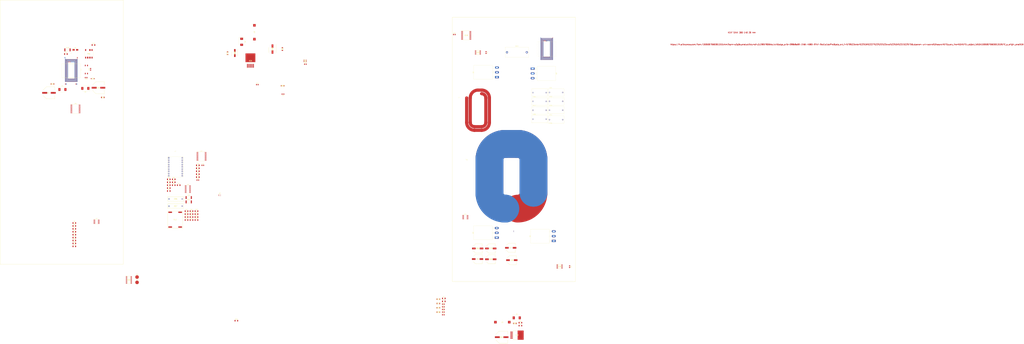
<source format=kicad_pcb>
(kicad_pcb (version 20241229) (generator "pcbnew") (generator_version "9.0")
  (layers (0 "F.Cu" signal) (4 "In1.Cu" signal) (6 "In2.Cu" signal) (2 "B.Cu" signal) (13 "F.Paste" user) (15 "B.Paste" user) (5 "F.SilkS" user "F.Silkscreen") (7 "B.SilkS" user "B.Silkscreen") (1 "F.Mask" user) (3 "B.Mask" user) (25 "Edge.Cuts" user))
  (net 0 "")
  (net 1 "OUT1")
  (net 2 "Net-(IC9-GND)")
  (net 3 "HVN1")
  (net 4 "Net-(T3-AB)")
  (net 5 "Net-(U7-DCDC_IN)")
  (net 6 "Net-(U7-DCDC_OUT)")
  (net 7 "Net-(U7-HLDO_OUT)")
  (net 8 "+5V")
  (net 9 "+3.3V")
  (net 10 "+12drvSec")
  (net 11 "HVP1")
  (net 12 "+12drvPrimH")
  (net 13 "+12drvPrim")
  (net 14 "Net-(D1-K)")
  (net 15 "Net-(IC1-DRV)")
  (net 16 "D_S_1")
  (net 17 "Net-(IC1-MIN_TOFF)")
  (net 18 "Net-(IC1-MIN_TON)")
  (net 20 "D_S_2")
  (net 21 "S_P_1")
  (net 22 "G_P_1")
  (net 23 "G_P_2")
  (net 24 "G_S_2")
  (net 25 "G_S_1")
  (net 26 "Net-(R40-Pad1)")
  (net 27 "VoutMeasDiag")
  (net 28 "Net-(U7-INP)")
  (net 29 "Net-(U7-OUTN)")
  (net 30 "Net-(U7-OUTP)")
  (net 32 "Net-(U8-+)")
  (net 33 "Net-(U8--)")
  (net 34 "VoutMes1")
  (net 35 "CompOut")
  (net 36 "Net-(U9A--)")
  (net 37 "Net-(U9B--)")
  (net 38 "Net-(U9C--)")
  (net 39 "Net-(U9D--)")
  (net 40 "VinMes1")
  (net 41 "CurrInMes1")
  (net 42 "ThermMes1")
  (net 43 "HVP2")
  (net 44 "CurrOutMes1")
  (net 45 "OUT2")
  (net 46 "CurrOutFault")
  (net 47 "GND2")
  (net 48 "Net-(R20-Pad2)")
  (net 49 "HVN_IN")
  (net 50 "HVP_IN")
  (net 51 "Net-(R21-Pad2)")
  (net 52 "Net-(R22-Pad2)")
  (net 53 "Net-(R23-Pad2)")
  (net 54 "Vref33")
  (net 55 "GND_IN")
  (net 56 "Net-(C52-Pad2)")
  (net 57 "Net-(C54-Pad2)")
  (net 58 "Net-(C55-Pad2)")
  (net 59 "Net-(C65-Pad2)")
  (net 60 "Net-(IC10-GND2_1)")
  (net 61 "Net-(IC10-VCC2)")
  (net 62 "DisableMCU")
  (net 63 "Net-(IC6-1~{Q})")
  (net 65 "Net-(U5-VOA)")
  (net 66 "Net-(U5-VOB)")
  (net 67 "Net-(U5-DT)")
  (net 72 "ResMuc")
  (net 76 "PWM1")
  (net 77 "Net-(PS1-BP{slash}M)")
  (net 78 "RDY1")
  (net 79 "Net-(C11-Pad1)")
  (net 80 "Net-(C48-Pad2)")
  (net 82 "Net-(C50-Pad2)")
  (net 83 "Net-(C52-Pad1)")
  (net 87 "Net-(T3-AA)")
  (net 88 "Net-(D1-A)")
  (net 89 "Net-(D3-A)")
  (net 90 "Net-(D4-A)")
  (net 91 "Net-(PS1-EN{slash}UV)")
  (net 92 "Net-(Z2-A)")
  (net 93 "Net-(D5-K)")
  (net 94 "Net-(IC7-DRV)")
  (net 96 "Net-(IC7-MIN_TON)")
  (net 97 "Net-(IC7-MIN_TOFF)")
  (net 98 "Net-(C63--)")
  (net 99 "Net-(D2-K)")
  (net 100 "Net-(IC2-FEEDBACK)")
  (footprint "Resistor_SMD:R_1206_3216Metric" (layer "F.Cu") (at 195.77161 -231.865)
    (property "Reference" "R22" (at 0 -1.83 0) (layer "F.SilkS"))
    (property "Value" "100K 0.1% 520mW")
    (pad "1" smd roundrect (at -1.4625 0) (size 1.125 1.75) (layers "F.Cu" "F.Mask" "F.Paste") (roundrect_rratio 0.222222) (net 51 "Net-(R21-Pad2)"))
    (pad "2" smd roundrect (at 1.4625 0) (size 1.125 1.75) (layers "F.Cu" "F.Mask" "F.Paste") (roundrect_rratio 0.222222) (net 52 "Net-(R22-Pad2)"))
  )
  (footprint "Capacitor_SMD:C_0805_2012Metric" (layer "F.Cu") (at 507.4575 -93.77)
    (property "Reference" "C14" (at 0 -1.68 0) (layer "F.SilkS"))
    (property "Value" "SH21B104K101CT")
    (pad "1" smd roundrect (at -0.95 0) (size 1 1.45) (layers "F.Cu" "F.Mask" "F.Paste") (net 12 "+12drvPrimH"))
    (pad "2" smd roundrect (at 0.95 0) (size 1 1.45) (layers "F.Cu" "F.Mask" "F.Paste") (net 22 "G_P_1"))
  )
  (footprint "Resistor_SMD:R_1206_3216Metric" (layer "F.Cu") (at 88.52161 -178.955)
    (property "Reference" "R12" (at 0 -1.83 0) (layer "F.SilkS"))
    (property "Value" "R")
    (pad "1" smd roundrect (at -1.4625 0) (size 1.125 1.75) (layers "F.Cu" "F.Mask" "F.Paste") (roundrect_rratio 0.222222) (net 22 "G_P_1"))
    (pad "2" smd roundrect (at 1.4625 0) (size 1.125 1.75) (layers "F.Cu" "F.Mask" "F.Paste") (roundrect_rratio 0.222222) (net 65 "Net-(U5-VOA)"))
  )
  (footprint "Diode_SMD:D_SMC" (layer "F.Cu") (at 75 -340.5)
    (property "Reference" "D4" (at 0 -4.1 0) (layer "F.SilkS"))
    (property "Value" "MBRS340")
    (pad "1" smd roundrect (at -3.4 0 90) (size 3.3 2.5) (layers "F.Cu" "F.Mask" "F.Paste") (roundrect_rratio 0.1) (net 12 "+12drvPrimH"))
    (pad "2" smd roundrect (at 3.4 0 90) (size 3.3 2.5) (layers "F.Cu" "F.Mask" "F.Paste") (roundrect_rratio 0.1) (net 90 "Net-(D4-A)"))
  )
  (footprint "GRM31CR71E106KA12K:GRM31x" (layer "F.Cu") (at 501.8365 -87.741)
    (property "Reference" "C59" (at 0 0 0) (layer "F.SilkS") (effects (font (size 1.27 1.27) (thickness 0.254))))
    (property "Value" "GRM31CR71E106KA12K" (hide yes))
    (pad "1" smd rect (at -1.475 0) (size 1.05 1.6) (layers "F.Cu" "F.Mask" "F.Paste") (net 10 "+12drvSec"))
    (pad "2" smd rect (at 1.475 0) (size 1.05 1.6) (layers "F.Cu" "F.Mask" "F.Paste") (net 47 "GND2"))
  )
  (footprint "GRM31CR71E106KA12K:GRM31x" (layer "F.Cu") (at 262.5 -381.625 -90)
    (property "Reference" "C71" (at 0 0 90) (layer "F.SilkS") (effects (font (size 1.27 1.27) (thickness 0.254))))
    (property "Value" "GRM31CR71E106KA12K" (hide yes))
    (pad "1" smd rect (at -1.475 0 270) (size 1.05 1.6) (layers "F.Cu" "F.Mask" "F.Paste") (net 13 "+12drvPrim"))
    (pad "2" smd rect (at 1.475 0 270) (size 1.05 1.6) (layers "F.Cu" "F.Mask" "F.Paste") (net 3 "HVN1"))
  )
  (footprint "Resistor_SMD:R_1206_3216Metric" (layer "F.Cu") (at 88.52161 -172.335)
    (property "Reference" "R14" (at 0 -1.83 0) (layer "F.SilkS"))
    (property "Value" "R")
    (pad "1" smd roundrect (at -1.4625 0) (size 1.125 1.75) (layers "F.Cu" "F.Mask" "F.Paste") (roundrect_rratio 0.222222) (net 23 "G_P_2"))
    (pad "2" smd roundrect (at 1.4625 0) (size 1.125 1.75) (layers "F.Cu" "F.Mask" "F.Paste") (roundrect_rratio 0.222222) (net 66 "Net-(U5-VOB)"))
  )
  (footprint "Resistor_SMD:R_1206_3216Metric" (layer "F.Cu") (at 594.985 -75.72)
    (property "Reference" "R3" (at 0 -1.83 0) (layer "F.SilkS"))
    (property "Value" "100K 0.1% 520mW")
    (pad "1" smd roundrect (at -1.4625 0) (size 1.125 1.75) (layers "F.Cu" "F.Mask" "F.Paste") (roundrect_rratio 0.222222) (net 100 "Net-(IC2-FEEDBACK)"))
    (pad "2" smd roundrect (at 1.4625 0) (size 1.125 1.75) (layers "F.Cu" "F.Mask" "F.Paste") (roundrect_rratio 0.222222) (net 99 "Net-(D2-K)"))
  )
  (footprint "B32672L8153J000:CAPRR1500W80L1800T850H1450" (layer "F.Cu") (at 616.75 -306.85)
    (property "Reference" "C78" (at -6.075 -5.335 0) (layer "F.SilkS"))
    (property "Value" "B32672L8153J")
    (pad "1" thru_hole circle (at -7.5 0) (size 1.4 1.4) (drill 1.05) (layers "*.Cu" "*.Mask") (net 4 "Net-(T3-AB)"))
    (pad "2" thru_hole circle (at 7.5 0) (size 1.4 1.4) (drill 1.05) (layers "*.Cu" "*.Mask") (net 3 "HVN1"))
  )
  (footprint "Package_SO:SOIC-14_3.9x8.7mm_P1.27mm" (layer "F.Cu") (at 217.41161 -227.35)
    (property "Reference" "U9" (at 0 -5.28 0) (layer "F.SilkS"))
    (property "Value" "TLV9024QDRQ1")
    (pad "1" smd roundrect (at -2.475 -3.81) (size 1.95 0.6) (layers "F.Cu" "F.Mask" "F.Paste") (net 35 "CompOut"))
    (pad "2" smd roundrect (at -2.475 -2.54) (size 1.95 0.6) (layers "F.Cu" "F.Mask" "F.Paste") (net 35 "CompOut"))
    (pad "3" smd roundrect (at -2.475 -1.27) (size 1.95 0.6) (layers "F.Cu" "F.Mask" "F.Paste") (net 9 "+3.3V"))
    (pad "4" smd roundrect (at -2.475 0) (size 1.95 0.6) (layers "F.Cu" "F.Mask" "F.Paste") (net 37 "Net-(U9B--)"))
    (pad "5" smd roundrect (at -2.475 1.27) (size 1.95 0.6) (layers "F.Cu" "F.Mask" "F.Paste") (net 40 "VinMes1"))
    (pad "6" smd roundrect (at -2.475 2.54) (size 1.95 0.6) (layers "F.Cu" "F.Mask" "F.Paste") (net 36 "Net-(U9A--)"))
    (pad "7" smd roundrect (at -2.475 3.81) (size 1.95 0.6) (layers "F.Cu" "F.Mask" "F.Paste") (net 34 "VoutMes1"))
    (pad "8" smd roundrect (at 2.475 3.81) (size 1.95 0.6) (layers "F.Cu" "F.Mask" "F.Paste") (net 38 "Net-(U9C--)"))
    (pad "9" smd roundrect (at 2.475 2.54) (size 1.95 0.6) (layers "F.Cu" "F.Mask" "F.Paste") (net 41 "CurrInMes1"))
    (pad "10" smd roundrect (at 2.475 1.27) (size 1.95 0.6) (layers "F.Cu" "F.Mask" "F.Paste") (net 39 "Net-(U9D--)"))
    (pad "11" smd roundrect (at 2.475 0) (size 1.95 0.6) (layers "F.Cu" "F.Mask" "F.Paste") (net 44 "CurrOutMes1"))
    (pad "12" smd roundrect (at 2.475 -1.27) (size 1.95 0.6) (layers "F.Cu" "F.Mask" "F.Paste") (net 3 "HVN1"))
    (pad "13" smd roundrect (at 2.475 -2.54) (size 1.95 0.6) (layers "F.Cu" "F.Mask" "F.Paste") (net 35 "CompOut"))
    (pad "14" smd roundrect (at 2.475 -3.81) (size 1.95 0.6) (layers "F.Cu" "F.Mask" "F.Paste") (net 35 "CompOut"))
  )
  (footprint "Package_SO:SOIC-16W_7.5x10.3mm_P1.27mm" (layer "F.Cu") (at 89.85 -318.425)
    (property "Reference" "U5" (at 0 -6.1 0) (layer "F.SilkS"))
    (property "Value" "SI82394AD-IS")
    (pad "1" smd roundrect (at -4.65 -4.445) (size 2.05 0.6) (layers "F.Cu" "F.Mask" "F.Paste") (net 76 "PWM1"))
    (pad "2" smd roundrect (at -4.65 -3.175) (size 2.05 0.6) (layers "F.Cu" "F.Mask" "F.Paste"))
    (pad "3" smd roundrect (at -4.65 -1.905) (size 2.05 0.6) (layers "F.Cu" "F.Mask" "F.Paste") (net 9 "+3.3V"))
    (pad "4" smd roundrect (at -4.65 -0.635) (size 2.05 0.6) (layers "F.Cu" "F.Mask" "F.Paste") (net 3 "HVN1"))
    (pad "5" smd roundrect (at -4.65 0.635) (size 2.05 0.6) (layers "F.Cu" "F.Mask" "F.Paste") (net 62 "DisableMCU"))
    (pad "6" smd roundrect (at -4.65 1.905) (size 2.05 0.6) (layers "F.Cu" "F.Mask" "F.Paste") (net 67 "Net-(U5-DT)"))
    (pad "7" smd roundrect (at -4.65 3.175) (size 2.05 0.6) (layers "F.Cu" "F.Mask" "F.Paste") (net 78 "RDY1"))
    (pad "8" smd roundrect (at -4.65 4.445) (size 2.05 0.6) (layers "F.Cu" "F.Mask" "F.Paste") (net 9 "+3.3V"))
    (pad "9" smd roundrect (at 4.65 4.445) (size 2.05 0.6) (layers "F.Cu" "F.Mask" "F.Paste") (net 3 "HVN1"))
    (pad "10" smd roundrect (at 4.65 3.175) (size 2.05 0.6) (layers "F.Cu" "F.Mask" "F.Paste") (net 66 "Net-(U5-VOB)"))
    (pad "11" smd roundrect (at 4.65 1.905) (size 2.05 0.6) (layers "F.Cu" "F.Mask" "F.Paste") (net 13 "+12drvPrim"))
    (pad "12" smd roundrect (at 4.65 0.635) (size 2.05 0.6) (layers "F.Cu" "F.Mask" "F.Paste"))
    (pad "13" smd roundrect (at 4.65 -0.635) (size 2.05 0.6) (layers "F.Cu" "F.Mask" "F.Paste"))
    (pad "14" smd roundrect (at 4.65 -1.905) (size 2.05 0.6) (layers "F.Cu" "F.Mask" "F.Paste") (net 22 "G_P_1"))
    (pad "15" smd roundrect (at 4.65 -3.175) (size 2.05 0.6) (layers "F.Cu" "F.Mask" "F.Paste") (net 65 "Net-(U5-VOA)"))
    (pad "16" smd roundrect (at 4.65 -4.445) (size 2.05 0.6) (layers "F.Cu" "F.Mask" "F.Paste") (net 12 "+12drvPrimH"))
  )
  (footprint "B40910A8127M000:B40910A8127M000" (layer "F.Cu") (at 584 -160.75)
    (property "Reference" "C7" (at 0 0 0) (layer "F.SilkS") (effects (font (size 1.27 1.27) (thickness 0.254))))
    (property "Value" "B40910A8127M000" (hide yes))
    (pad "1" smd rect (at -4.35 0 90) (size 2 4.1) (layers "F.Cu" "F.Mask" "F.Paste") (net 1 "OUT1"))
    (pad "2" smd rect (at 4.35 0 90) (size 2 4.1) (layers "F.Cu" "F.Mask" "F.Paste") (net 47 "GND2"))
  )
  (footprint "Capacitor_SMD:C_0805_2012Metric" (layer "F.Cu") (at 325.425 -335.25 180)
    (property "Reference" "C5" (at 0 -1.68 0) (layer "F.SilkS"))
    (property "Value" "SH21B104K101CT" (hide yes))
    (pad "1" smd roundrect (at -0.95 0 180) (size 1 1.45) (layers "F.Cu" "F.Mask" "F.Paste") (net 9 "+3.3V"))
    (pad "2" smd roundrect (at 0.95 0 180) (size 1 1.45) (layers "F.Cu" "F.Mask" "F.Paste") (net 3 "HVN1"))
  )
  (footprint "LM2575HVS-ADJ_NOPB:TO170P1435X465-6N" (layer "F.Cu") (at 591.105 -61.57)
    (property "Reference" "IC2" (at 0 0 0) (layer "F.SilkS") (effects (font (size 1.27 1.27) (thickness 0.254))))
    (property "Value" "LM2575HVS-ADJ_NOPB" (hide yes))
    (pad "1" smd rect (at -6.2 -3.4 90) (size 1.05 2.8) (layers "F.Cu" "F.Mask" "F.Paste") (net 1 "OUT1"))
    (pad "2" smd rect (at -6.2 -1.7 90) (size 1.05 2.8) (layers "F.Cu" "F.Mask" "F.Paste") (net 99 "Net-(D2-K)"))
    (pad "3" smd rect (at -6.2 0 90) (size 1.05 2.8) (layers "F.Cu" "F.Mask" "F.Paste") (net 98 "Net-(C63--)"))
    (pad "4" smd rect (at -6.2 1.7 90) (size 1.05 2.8) (layers "F.Cu" "F.Mask" "F.Paste") (net 100 "Net-(IC2-FEEDBACK)"))
    (pad "5" smd rect (at -6.2 3.4 90) (size 1.05 2.8) (layers "F.Cu" "F.Mask" "F.Paste") (net 98 "Net-(C63--)"))
    (pad "6" smd rect (at 4.15 0) (size 6.85 10.5) (layers "F.Cu" "F.Mask" "F.Paste") (net 98 "Net-(C63--)"))
  )
  (footprint "Resistor_SMD:R_1206_3216Metric" (layer "F.Cu") (at 195.77161 -235.175)
    (property "Reference" "R21" (at 0 -1.83 0) (layer "F.SilkS"))
    (property "Value" "100K 0.1% 520mW")
    (pad "1" smd roundrect (at -1.4625 0) (size 1.125 1.75) (layers "F.Cu" "F.Mask" "F.Paste") (roundrect_rratio 0.222222) (net 48 "Net-(R20-Pad2)"))
    (pad "2" smd roundrect (at 1.4625 0) (size 1.125 1.75) (layers "F.Cu" "F.Mask" "F.Paste") (roundrect_rratio 0.222222) (net 51 "Net-(R21-Pad2)"))
  )
  (footprint "Resistor_SMD:R_1206_3216Metric" (layer "F.Cu") (at 88.52161 -185.575)
    (property "Reference" "R10" (at 0 -1.83 0) (layer "F.SilkS"))
    (property "Value" "R")
    (pad "1" smd roundrect (at -1.4625 0) (size 1.125 1.75) (layers "F.Cu" "F.Mask" "F.Paste") (roundrect_rratio 0.222222) (net 96 "Net-(IC7-MIN_TON)"))
    (pad "2" smd roundrect (at 1.4625 0) (size 1.125 1.75) (layers "F.Cu" "F.Mask" "F.Paste") (roundrect_rratio 0.222222) (net 47 "GND2"))
  )
  (footprint "Package_TO_SOT_THT:TO-247-3_Horizontal_TabDown" (layer "F.Cu") (at 568.36 -354.55 90)
    (property "Reference" "Q1" (at 5.45 -26.98 90) (layer "F.SilkS"))
    (property "Value" "IPW60R037CM8XKSA1")
    (pad "" np_thru_hole circle (at 5.45 -19.86 90) (size 3.6 3.6) (drill 3.6) (layers "*.Cu" "*.Mask"))
    (pad "1" thru_hole rect (at 0 0 90) (size 2.5 4.5) (drill 1.5) (layers "*.Cu" "*.Mask") (net 22 "G_P_1"))
    (pad "2" thru_hole oval (at 5.45 0 90) (size 2.5 4.5) (drill 1.5) (layers "*.Cu" "*.Mask") (net 11 "HVP1"))
    (pad "3" thru_hole oval (at 10.9 0 90) (size 2.5 4.5) (drill 1.5) (layers "*.Cu" "*.Mask") (net 21 "S_P_1"))
  )
  (footprint "Resistor_SMD:R_2512_6332Metric" (layer "F.Cu") (at 218.42161 -217.795)
    (property "Reference" "R39" (at 0 -2.63 0) (layer "F.SilkS"))
    (property "Value" "35203R9JT")
    (pad "1" smd roundrect (at -2.9625 0) (size 1.225 3.35) (layers "F.Cu" "F.Mask" "F.Paste") (roundrect_rratio 0.204082) (net 58 "Net-(C55-Pad2)"))
    (pad "2" smd roundrect (at 2.9625 0) (size 1.225 3.35) (layers "F.Cu" "F.Mask" "F.Paste") (roundrect_rratio 0.204082) (net 55 "GND_IN"))
  )
  (footprint "Capacitor_SMD:C_0805_2012Metric" (layer "F.Cu") (at 234.41161 -254.395)
    (property "Reference" "C40" (at 0 -1.68 0) (layer "F.SilkS"))
    (property "Value" "SH21B104K101CT")
    (pad "1" smd roundrect (at -0.95 0) (size 1 1.45) (layers "F.Cu" "F.Mask" "F.Paste") (net 61 "Net-(IC10-VCC2)"))
    (pad "2" smd roundrect (at 0.95 0) (size 1 1.45) (layers "F.Cu" "F.Mask" "F.Paste") (net 60 "Net-(IC10-GND2_1)"))
  )
  (footprint "Diode_SMD:D_SMC" (layer "F.Cu") (at 590.85 -81.25)
    (property "Reference" "D2" (at 0 -4.1 0) (layer "F.SilkS"))
    (property "Value" "MBRS340")
    (pad "1" smd roundrect (at -3.4 0 90) (size 3.3 2.5) (layers "F.Cu" "F.Mask" "F.Paste") (roundrect_rratio 0.1) (net 99 "Net-(D2-K)"))
    (pad "2" smd roundrect (at 3.4 0 90) (size 3.3 2.5) (layers "F.Cu" "F.Mask" "F.Paste") (roundrect_rratio 0.1) (net 98 "Net-(C63--)"))
  )
  (footprint "B32672L8153J000:CAPRR1500W80L1800T850H1450" (layer "F.Cu") (at 635.5 -306.25)
    (property "Reference" "C74" (at -6.075 -5.335 0) (layer "F.SilkS"))
    (property "Value" "B32672L8153J")
    (pad "1" thru_hole circle (at -7.5 0) (size 1.4 1.4) (drill 1.05) (layers "*.Cu" "*.Mask") (net 4 "Net-(T3-AB)"))
    (pad "2" thru_hole circle (at 7.5 0) (size 1.4 1.4) (drill 1.05) (layers "*.Cu" "*.Mask") (net 3 "HVN1"))
  )
  (footprint "TestPoint:TestPoint_Pad_D4.0mm" (layer "F.Cu") (at 159.75 -127.55)
    (property "Reference" "TP1" (at 0 -2.898 0) (layer "F.SilkS"))
    (property "Value" "TestPoint")
    (pad "1" smd circle (at 0 0) (size 4 4) (layers "F.Cu" "F.Mask") (net 11 "HVP1"))
  )
  (footprint "GRM31CR71E106KA12K:GRM31x" (layer "F.Cu") (at 120.9 -331.5)
    (property "Reference" "C3" (at 0 0 0) (layer "F.SilkS") (effects (font (size 1.27 1.27) (thickness 0.254))))
    (property "Value" "GRM31CR71E106KA12K" (hide yes))
    (pad "1" smd rect (at -1.475 0) (size 1.05 1.6) (layers "F.Cu" "F.Mask" "F.Paste") (net 13 "+12drvPrim"))
    (pad "2" smd rect (at 1.475 0) (size 1.05 1.6) (layers "F.Cu" "F.Mask" "F.Paste") (net 3 "HVN1"))
  )
  (footprint "GRM31CR71E106KA12K:GRM31x" (layer "F.Cu") (at 588.784 -74.923)
    (property "Reference" "C67" (at 0 0 0) (layer "F.SilkS") (effects (font (size 1.27 1.27) (thickness 0.254))))
    (property "Value" "GRM31CR71E106KA12K" (hide yes))
    (pad "1" smd rect (at -1.475 0) (size 1.05 1.6) (layers "F.Cu" "F.Mask" "F.Paste") (net 10 "+12drvSec"))
    (pad "2" smd rect (at 1.475 0) (size 1.05 1.6) (layers "F.Cu" "F.Mask" "F.Paste") (net 98 "Net-(C63--)"))
  )
  (footprint "B32672L8153J000:CAPRR1500W80L1800T850H1450" (layer "F.Cu") (at 616.75 -326.95)
    (property "Reference" "C76" (at -6.075 -5.335 0) (layer "F.SilkS"))
    (property "Value" "B32672L8153J")
    (pad "1" thru_hole circle (at -7.5 0) (size 1.4 1.4) (drill 1.05) (layers "*.Cu" "*.Mask") (net 4 "Net-(T3-AB)"))
    (pad "2" thru_hole circle (at 7.5 0) (size 1.4 1.4) (drill 1.05) (layers "*.Cu" "*.Mask") (net 3 "HVN1"))
  )
  (footprint "Capacitor_SMD:C_1206_3216Metric" (layer "F.Cu") (at 228.76161 -254.395)
    (property "Reference" "C28" (at 0 -1.85 0) (layer "F.SilkS"))
    (property "Value" "100nF")
    (pad "1" smd roundrect (at -1.475 0) (size 1.15 1.8) (layers "F.Cu" "F.Mask" "F.Paste") (roundrect_rratio 0.217391) (net 5 "Net-(U7-DCDC_IN)"))
    (pad "2" smd roundrect (at 1.475 0) (size 1.15 1.8) (layers "F.Cu" "F.Mask" "F.Paste") (roundrect_rratio 0.217391) (net 3 "HVN1"))
  )
  (footprint "Capacitor_SMD:C_1206_3216Metric" (layer "F.Cu") (at 215.91161 -195.675)
    (property "Reference" "C49" (at 0 -1.85 0) (layer "F.SilkS"))
    (property "Value" "885342208008")
    (pad "1" smd roundrect (at -1.475 0) (size 1.15 1.8) (layers "F.Cu" "F.Mask" "F.Paste") (roundrect_rratio 0.217391) (net 80 "Net-(C48-Pad2)"))
    (pad "2" smd roundrect (at 1.475 0) (size 1.15 1.8) (layers "F.Cu" "F.Mask" "F.Paste") (roundrect_rratio 0.217391))
  )
  (footprint "R46KI310050M1K:R46KI310050M1K" (layer "F.Cu") (at 196.01661 -208.1)
    (property "Reference" "C57" (at 7.5 0 0) (layer "F.SilkS") (effects (font (size 1.27 1.27) (thickness 0.254))))
    (property "Value" "R46KI310050M1K" (hide yes))
    (pad "1" thru_hole rect (at 0 0) (size 1.3 1.3) (drill 0.8) (layers "*.Cu" "*.Mask") (net 43 "HVP2"))
    (pad "2" thru_hole circle (at 15 0) (size 1.3 1.3) (drill 0.8) (layers "*.Cu" "*.Mask") (net 3 "HVN1"))
  )
  (footprint "875115350002:CAPAE830X770N" (layer "F.Cu") (at 313.5 -386.4 -90)
    (property "Reference" "C58" (at 0 0 270) (layer "F.SilkS") (effects (font (size 1.27 1.27) (thickness 0.254))))
    (property "Value" "875115350002" (hide yes))
    (pad "1" smd rect (at -3.35 0) (size 2.05 4) (layers "F.Cu" "F.Mask" "F.Paste") (net 9 "+3.3V"))
    (pad "2" smd rect (at 3.35 0) (size 2.05 4) (layers "F.Cu" "F.Mask" "F.Paste") (net 3 "HVN1"))
  )
  (footprint "R46KI310050M1K:R46KI310050M1K" (layer "F.Cu") (at 196.01661 -216.2)
    (property "Reference" "C56" (at 7.5 0 0) (layer "F.SilkS") (effects (font (size 1.27 1.27) (thickness 0.254))))
    (property "Value" "R46KI310050M1K" (hide yes))
    (pad "1" thru_hole rect (at 0 0) (size 1.3 1.3) (drill 0.8) (layers "*.Cu" "*.Mask") (net 50 "HVP_IN"))
    (pad "2" thru_hole circle (at 15 0) (size 1.3 1.3) (drill 0.8) (layers "*.Cu" "*.Mask") (net 49 "HVN_IN"))
  )
  (footprint "Package_TO_SOT_SMD:SOT-353_SC-70-5" (layer "F.Cu") (at 253.55 -220.4)
    (property "Reference" "U8" (at 0 -2.25 0) (layer "F.SilkS"))
    (property "Value" "TLV6001IDCKT")
    (pad "1" smd roundrect (at -0.95 -0.65) (size 0.65 0.4) (layers "F.Cu" "F.Mask" "F.Paste") (net 32 "Net-(U8-+)"))
    (pad "2" smd roundrect (at -0.95 0) (size 0.65 0.4) (layers "F.Cu" "F.Mask" "F.Paste") (net 3 "HVN1"))
    (pad "3" smd roundrect (at -0.95 0.65) (size 0.65 0.4) (layers "F.Cu" "F.Mask" "F.Paste") (net 33 "Net-(U8--)"))
    (pad "4" smd roundrect (at 0.95 0.65) (size 0.65 0.4) (layers "F.Cu" "F.Mask" "F.Paste") (net 34 "VoutMes1"))
    (pad "5" smd roundrect (at 0.95 -0.65) (size 0.65 0.4) (layers "F.Cu" "F.Mask" "F.Paste") (net 8 "+5V"))
  )
  (footprint "Package_SO:SOIC-8_3.9x4.9mm_P1.27mm" (layer "F.Cu") (at 113.775 -190.345)
    (property "Reference" "IC7" (at 0 -3.4 0) (layer "F.SilkS"))
    (property "Value" "NCP43080DDR2G")
    (pad "1" smd roundrect (at -2.475 -1.905) (size 1.95 0.6) (layers "F.Cu" "F.Mask" "F.Paste") (net 10 "+12drvSec"))
    (pad "2" smd roundrect (at -2.475 -0.635) (size 1.95 0.6) (layers "F.Cu" "F.Mask" "F.Paste") (net 97 "Net-(IC7-MIN_TOFF)"))
    (pad "3" smd roundrect (at -2.475 0.635) (size 1.95 0.6) (layers "F.Cu" "F.Mask" "F.Paste") (net 96 "Net-(IC7-MIN_TON)"))
    (pad "4" smd roundrect (at -2.475 1.905) (size 1.95 0.6) (layers "F.Cu" "F.Mask" "F.Paste") (net 47 "GND2"))
    (pad "5" smd roundrect (at 2.475 1.905) (size 1.95 0.6) (layers "F.Cu" "F.Mask" "F.Paste"))
    (pad "6" smd roundrect (at 2.475 0.635) (size 1.95 0.6) (layers "F.Cu" "F.Mask" "F.Paste") (net 20 "D_S_2"))
    (pad "7" smd roundrect (at 2.475 -0.635) (size 1.95 0.6) (layers "F.Cu" "F.Mask" "F.Paste") (net 47 "GND2"))
    (pad "8" smd roundrect (at 2.475 -1.905) (size 1.95 0.6) (layers "F.Cu" "F.Mask" "F.Paste") (net 94 "Net-(IC7-DRV)"))
  )
  (footprint "Capacitor_SMD:C_1206_3216Metric" (layer "F.Cu") (at 227.21161 -192.325)
    (property "Reference" "C66" (at 0 -1.85 0) (layer "F.SilkS"))
    (property "Value" "885342208008")
    (pad "1" smd roundrect (at -1.475 0) (size 1.15 1.8) (layers "F.Cu" "F.Mask" "F.Paste") (roundrect_rratio 0.217391) (net 59 "Net-(C65-Pad2)"))
    (pad "2" smd roundrect (at 1.475 0) (size 1.15 1.8) (layers "F.Cu" "F.Mask" "F.Paste") (roundrect_rratio 0.217391) (net 55 "GND_IN"))
  )
  (footprint "Capacitor_SMD:C_1206_3216Metric" (layer "F.Cu") (at 215.91161 -202.375)
    (property "Reference" "C11" (at 0 -1.85 0) (layer "F.SilkS"))
    (property "Value" "885342208008")
    (pad "1" smd roundrect (at -1.475 0) (size 1.15 1.8) (layers "F.Cu" "F.Mask" "F.Paste") (roundrect_rratio 0.217391) (net 79 "Net-(C11-Pad1)"))
    (pad "2" smd roundrect (at 1.475 0) (size 1.15 1.8) (layers "F.Cu" "F.Mask" "F.Paste") (roundrect_rratio 0.217391) (net 50 "HVP_IN"))
  )
  (footprint "GRM31CR71E106KA12K:GRM31x" (layer "F.Cu") (at 501.8365 -97.549)
    (property "Reference" "C17" (at 0 0 0) (layer "F.SilkS") (effects (font (size 1.27 1.27) (thickness 0.254))))
    (property "Value" "GRM31CR71E106KA12K" (hide yes))
    (pad "1" smd rect (at -1.475 0) (size 1.05 1.6) (layers "F.Cu" "F.Mask" "F.Paste") (net 13 "+12drvPrim"))
    (pad "2" smd rect (at 1.475 0) (size 1.05 1.6) (layers "F.Cu" "F.Mask" "F.Paste") (net 3 "HVN1"))
  )
  (footprint "Resistor_SMD:R_1206_3216Metric" (layer "F.Cu") (at 594.985 -72.41)
    (property "Reference" "R4" (at 0 -1.83 0) (layer "F.SilkS"))
    (property "Value" "100K 0.1% 520mW")
    (pad "1" smd roundrect (at -1.4625 0) (size 1.125 1.75) (layers "F.Cu" "F.Mask" "F.Paste") (roundrect_rratio 0.222222) (net 10 "+12drvSec"))
    (pad "2" smd roundrect (at 1.4625 0) (size 1.125 1.75) (layers "F.Cu" "F.Mask" "F.Paste") (roundrect_rratio 0.222222) (net 100 "Net-(IC2-FEEDBACK)"))
  )
  (footprint "B40910A8127M000:B40910A8127M000" (layer "F.Cu") (at 546.5 -160)
    (property "Reference" "C81" (at 0 0 0) (layer "F.SilkS") (effects (font (size 1.27 1.27) (thickness 0.254))))
    (property "Value" "B40910A8127M000" (hide yes))
    (pad "1" smd rect (at -4.35 0 90) (size 2 4.1) (layers "F.Cu" "F.Mask" "F.Paste") (net 47 "GND2"))
    (pad "2" smd rect (at 4.35 0 90) (size 2 4.1) (layers "F.Cu" "F.Mask" "F.Paste") (net 1 "OUT1"))
  )
  (footprint "Resistor_SMD:R_1206_3216Metric" (layer "F.Cu") (at 88.52161 -169.025)
    (property "Reference" "R15" (at 0 -1.83 0) (layer "F.SilkS"))
    (property "Value" "R")
    (pad "1" smd roundrect (at -1.4625 0) (size 1.125 1.75) (layers "F.Cu" "F.Mask" "F.Paste") (roundrect_rratio 0.222222) (net 23 "G_P_2"))
    (pad "2" smd roundrect (at 1.4625 0) (size 1.125 1.75) (layers "F.Cu" "F.Mask" "F.Paste") (roundrect_rratio 0.222222) (net 3 "HVN1"))
  )
  (footprint "Capacitor_SMD:C_0805_2012Metric" (layer "F.Cu") (at 556 -382.45 -90)
    (property "Reference" "C4" (at 0 -1.68 90) (layer "F.SilkS"))
    (property "Value" "SH21B104K101CT")
    (pad "1" smd roundrect (at -0.95 0 270) (size 1 1.45) (layers "F.Cu" "F.Mask" "F.Paste") (net 9 "+3.3V"))
    (pad "2" smd roundrect (at 0.95 0 270) (size 1 1.45) (layers "F.Cu" "F.Mask" "F.Paste") (net 2 "Net-(IC9-GND)"))
  )
  (footprint "TestPoint:TestPoint_Pad_D4.0mm" (layer "F.Cu") (at 159.75 -121.5)
    (property "Reference" "TP2" (at 0 -2.898 0) (layer "F.SilkS"))
    (property "Value" "TestPoint")
    (pad "1" smd circle (at 0 0) (size 4 4) (layers "F.Cu" "F.Mask") (net 3 "HVN1"))
  )
  (footprint "Capacitor_SMD:C_1206_3216Metric" (layer "F.Cu") (at 215.91161 -192.325)
    (property "Reference" "C50" (at 0 -1.85 0) (layer "F.SilkS"))
    (property "Value" "885342208008")
    (pad "1" smd roundrect (at -1.475 0) (size 1.15 1.8) (layers "F.Cu" "F.Mask" "F.Paste") (roundrect_rratio 0.217391) (net 3 "HVN1"))
    (pad "2" smd roundrect (at 1.475 0) (size 1.15 1.8) (layers "F.Cu" "F.Mask" "F.Paste") (roundrect_rratio 0.217391) (net 82 "Net-(C50-Pad2)"))
  )
  (footprint "B40910A8127M000:B40910A8127M000" (layer "F.Cu") (at 561.35 -160)
    (property "Reference" "C79" (at 0 0 0) (layer "F.SilkS") (effects (font (size 1.27 1.27) (thickness 0.254))))
    (property "Value" "B40910A8127M000" (hide yes))
    (pad "1" smd rect (at -4.35 0 90) (size 2 4.1) (layers "F.Cu" "F.Mask" "F.Paste") (net 47 "GND2"))
    (pad "2" smd rect (at 4.35 0 90) (size 2 4.1) (layers "F.Cu" "F.Mask" "F.Paste") (net 1 "OUT1"))
  )
  (footprint "Package_SO:SOIC-8_3.9x4.9mm_P1.27mm" (layer "F.Cu") (at 532.5 -195.5)
    (property "Reference" "IC1" (at 0 -3.4 0) (layer "F.SilkS"))
    (property "Value" "NCP43080DDR2G")
    (pad "1" smd roundrect (at -2.475 -1.905) (size 1.95 0.6) (layers "F.Cu" "F.Mask" "F.Paste") (net 10 "+12drvSec"))
    (pad "2" smd roundrect (at -2.475 -0.635) (size 1.95 0.6) (layers "F.Cu" "F.Mask" "F.Paste") (net 17 "Net-(IC1-MIN_TOFF)"))
    (pad "3" smd roundrect (at -2.475 0.635) (size 1.95 0.6) (layers "F.Cu" "F.Mask" "F.Paste") (net 18 "Net-(IC1-MIN_TON)"))
    (pad "4" smd roundrect (at -2.475 1.905) (size 1.95 0.6) (layers "F.Cu" "F.Mask" "F.Paste") (net 47 "GND2"))
    (pad "5" smd roundrect (at 2.475 1.905) (size 1.95 0.6) (layers "F.Cu" "F.Mask" "F.Paste"))
    (pad "6" smd roundrect (at 2.475 0.635) (size 1.95 0.6) (layers "F.Cu" "F.Mask" "F.Paste") (net 16 "D_S_1"))
    (pad "7" smd roundrect (at 2.475 -0.635) (size 1.95 0.6) (layers "F.Cu" "F.Mask" "F.Paste") (net 47 "GND2"))
    (pad "8" smd roundrect (at 2.475 -1.905) (size 1.95 0.6) (layers "F.Cu" "F.Mask" "F.Paste") (net 15 "Net-(IC1-DRV)"))
  )
  (footprint "Capacitor_SMD:C_1206_3216Metric" (layer "F.Cu") (at 221.56161 -199.025)
    (property "Reference" "C52" (at 0 -1.85 0) (layer "F.SilkS"))
    (property "Value" "885342208008")
    (pad "1" smd roundrect (at -1.475 0) (size 1.15 1.8) (layers "F.Cu" "F.Mask" "F.Paste") (roundrect_rratio 0.217391) (net 83 "Net-(C52-Pad1)"))
    (pad "2" smd roundrect (at 1.475 0) (size 1.15 1.8) (layers "F.Cu" "F.Mask" "F.Paste") (roundrect_rratio 0.217391) (net 56 "Net-(C52-Pad2)"))
  )
  (footprint "Capacitor_SMD:C_0805_2012Metric" (layer "F.Cu") (at 507.4575 -87.75)
    (property "Reference" "C18" (at 0 -1.68 0) (layer "F.SilkS"))
    (property "Value" "SH21B104K101CT")
    (pad "1" smd roundrect (at -0.95 0) (size 1 1.45) (layers "F.Cu" "F.Mask" "F.Paste") (net 10 "+12drvSec"))
    (pad "2" smd roundrect (at 0.95 0) (size 1 1.45) (layers "F.Cu" "F.Mask" "F.Paste") (net 47 "GND2"))
  )
  (footprint "Resistor_SMD:R_1206_3216Metric" (layer "F.Cu") (at 201.38161 -231.865)
    (property "Reference" "R34" (at 0 -1.83 0) (layer "F.SilkS"))
    (property "Value" "R")
    (pad "1" smd roundrect (at -1.4625 0) (size 1.125 1.75) (layers "F.Cu" "F.Mask" "F.Paste") (roundrect_rratio 0.222222) (net 54 "Vref33"))
    (pad "2" smd roundrect (at 1.4625 0) (size 1.125 1.75) (layers "F.Cu" "F.Mask" "F.Paste") (roundrect_rratio 0.222222) (net 42 "ThermMes1"))
  )
  (footprint "Resistor_SMD:R_1206_3216Metric" (layer "F.Cu") (at 88.52161 -175.645)
    (property "Reference" "R13" (at 0 -1.83 0) (layer "F.SilkS"))
    (property "Value" "R")
    (pad "1" smd roundrect (at -1.4625 0) (size 1.125 1.75) (layers "F.Cu" "F.Mask" "F.Paste") (roundrect_rratio 0.222222) (net 22 "G_P_1"))
    (pad "2" smd roundrect (at 1.4625 0) (size 1.125 1.75) (layers "F.Cu" "F.Mask" "F.Paste") (roundrect_rratio 0.222222) (net 21 "S_P_1"))
  )
  (footprint "GRM31CR71E106KA12K:GRM31x" (layer "F.Cu") (at 324.975 -344.75 180)
    (property "Reference" "C62" (at 0 0 0) (layer "F.SilkS") (effects (font (size 1.27 1.27) (thickness 0.254))))
    (property "Value" "GRM31CR71E106KA12K" (hide yes))
    (pad "1" smd rect (at -1.475 0 180) (size 1.05 1.6) (layers "F.Cu" "F.Mask" "F.Paste") (net 54 "Vref33"))
    (pad "2" smd rect (at 1.475 0 180) (size 1.05 1.6) (layers "F.Cu" "F.Mask" "F.Paste") (net 3 "HVN1"))
  )
  (footprint "EEV-FK1V471Q:EEEFK0J332AQ" (layer "F.Cu") (at 573.705 -59.32)
    (property "Reference" "C63" (at -0.55 0 0) (layer "F.SilkS") (effects (font (size 1.27 1.27) (thickness 0.254))))
    (property "Value" "EEV-FK1V471Q" (hide yes))
    (pad "1" smd rect (at -4.85 0 90) (size 2 5.7) (layers "F.Cu" "F.Mask" "F.Paste") (net 10 "+12drvSec"))
    (pad "2" smd rect (at 4.85 0 90) (size 2 5.7) (layers "F.Cu" "F.Mask" "F.Paste") (net 98 "Net-(C63--)"))
  )
  (footprint "Resistor_SMD:R_2512_6332Metric" (layer "F.Cu") (at 218.42161 -212.885)
    (property "Reference" "R41" (at 0 -2.63 0) (layer "F.SilkS"))
    (property "Value" "35203R9JT")
    (pad "1" smd roundrect (at -2.9625 0) (size 1.225 3.35) (layers "F.Cu" "F.Mask" "F.Paste") (roundrect_rratio 0.204082) (net 55 "GND_IN"))
    (pad "2" smd roundrect (at 2.9625 0) (size 1.225 3.35) (layers "F.Cu" "F.Mask" "F.Paste") (roundrect_rratio 0.204082) (net 83 "Net-(C52-Pad1)"))
  )
  (footprint "LM2575-3.3WU-TR:MIC29302WU" (layer "F.Cu") (at 288.46 -379.375)
    (property "Reference" "IC3" (at 0 6.3 0) (layer "F.SilkS") (effects (font (size 1.27 1.27) (thickness 0.254))))
    (property "Value" "LM2575-3.3WU-TR" (hide yes))
    (pad "1" smd rect (at -3.4 12) (size 1.02 4.32) (layers "F.Cu" "F.Mask" "F.Paste") (net 13 "+12drvPrim"))
    (pad "2" smd rect (at -1.7 12) (size 1.02 4.32) (layers "F.Cu" "F.Mask" "F.Paste") (net 93 "Net-(D5-K)"))
    (pad "3" smd rect (at 0 12) (size 1.02 4.32) (layers "F.Cu" "F.Mask" "F.Paste") (net 3 "HVN1"))
    (pad "4" smd rect (at 1.7 12) (size 1.02 4.32) (layers "F.Cu" "F.Mask" "F.Paste") (net 9 "+3.3V"))
    (pad "5" smd rect (at 3.4 12) (size 1.02 4.32) (layers "F.Cu" "F.Mask" "F.Paste") (net 3 "HVN1"))
    (pad "6" smd rect (at 0 2.855 90) (size 9.91 11.18) (layers "F.Cu" "F.Mask" "F.Paste") (net 3 "HVN1"))
  )
  (footprint "Resistor_SMD:R_1206_3216Metric" (layer "F.Cu") (at 195.77161 -238.485)
    (property "Reference" "R20" (at 0 -1.83 0) (layer "F.SilkS"))
    (property "Value" "100K 0.1% 520mW")
    (pad "1" smd roundrect (at -1.4625 0) (size 1.125 1.75) (layers "F.Cu" "F.Mask" "F.Paste") (roundrect_rratio 0.222222) (net 11 "HVP1"))
    (pad "2" smd roundrect (at 1.4625 0) (size 1.125 1.75) (layers "F.Cu" "F.Mask" "F.Paste") (roundrect_rratio 0.222222) (net 48 "Net-(R20-Pad2)"))
  )
  (footprint "TMCS1107A4UQDRQ1:SOIC127P600X175-8N" (layer "F.Cu") (at 639.5 -139.5)
    (property "Reference" "IC8" (at 0 0 0) (layer "F.SilkS") (effects (font (size 1.27 1.27) (thickness 0.254))))
    (property "Value" "TMCS1107A1UQDRQ1" (hide yes))
    (pad "1" smd rect (at -2.711 -1.905 90) (size 0.65 1.528) (layers "F.Cu" "F.Mask" "F.Paste") (net 1 "OUT1"))
    (pad "2" smd rect (at -2.711 -0.635 90) (size 0.65 1.528) (layers "F.Cu" "F.Mask" "F.Paste") (net 1 "OUT1"))
    (pad "3" smd rect (at -2.711 0.635 90) (size 0.65 1.528) (layers "F.Cu" "F.Mask" "F.Paste") (net 45 "OUT2"))
    (pad "4" smd rect (at -2.711 1.905 90) (size 0.65 1.528) (layers "F.Cu" "F.Mask" "F.Paste") (net 45 "OUT2"))
    (pad "5" smd rect (at 2.711 1.905 90) (size 0.65 1.528) (layers "F.Cu" "F.Mask" "F.Paste") (net 3 "HVN1"))
    (pad "6" smd rect (at 2.711 0.635 90) (size 0.65 1.528) (layers "F.Cu" "F.Mask" "F.Paste"))
    (pad "7" smd rect (at 2.711 -0.635 90) (size 0.65 1.528) (layers "F.Cu" "F.Mask" "F.Paste") (net 44 "CurrOutMes1"))
    (pad "8" smd rect (at 2.711 -1.905 90) (size 0.65 1.528) (layers "F.Cu" "F.Mask" "F.Paste") (net 9 "+3.3V"))
  )
  (footprint "Capacitor_SMD:C_0805_2012Metric" (layer "F.Cu") (at 507.4575 -90.76)
    (property "Reference" "C16" (at 0 -1.68 0) (layer "F.SilkS"))
    (property "Value" "SH21B104K101CT")
    (pad "1" smd roundrect (at -0.95 0) (size 1 1.45) (layers "F.Cu" "F.Mask" "F.Paste") (net 13 "+12drvPrim"))
    (pad "2" smd roundrect (at 0.95 0) (size 1 1.45) (layers "F.Cu" "F.Mask" "F.Paste") (net 3 "HVN1"))
  )
  (footprint "Capacitor_SMD:C_0805_2012Metric" (layer "F.Cu") (at 296.3 -346)
    (property "Reference" "C13" (at 0 -1.68 0) (layer "F.SilkS"))
    (property "Value" "SH21B104K101CT")
    (pad "1" smd roundrect (at -0.95 0) (size 1 1.45) (layers "F.Cu" "F.Mask" "F.Paste") (net 9 "+3.3V"))
    (pad "2" smd roundrect (at 0.95 0) (size 1 1.45) (layers "F.Cu" "F.Mask" "F.Paste") (net 3 "HVN1"))
  )
  (footprint "Resistor_SMD:R_2512_6332Metric" (layer "F.Cu") (at 80.75 -385.5)
    (property "Reference" "R18" (at 0 -2.63 0) (layer "F.SilkS"))
    (property "Value" "82K 2W")
    (pad "1" smd roundrect (at -2.9625 0) (size 1.225 3.35) (layers "F.Cu" "F.Mask" "F.Paste") (roundrect_rratio 0.204082) (net 11 "HVP1"))
    (pad "2" smd roundrect (at 2.9625 0) (size 1.225 3.35) (layers "F.Cu" "F.Mask" "F.Paste") (roundrect_rratio 0.204082) (net 14 "Net-(D1-K)"))
  )
  (footprint "Resistor_SMD:R_1206_3216Metric" (layer "F.Cu") (at 195.77161 -225.245)
    (property "Reference" "R24" (at 0 -1.83 0) (layer "F.SilkS"))
    (property "Value" "100K 0.1% 520mW")
    (pad "1" smd roundrect (at -1.4625 0) (size 1.125 1.75) (layers "F.Cu" "F.Mask" "F.Paste") (roundrect_rratio 0.222222) (net 53 "Net-(R23-Pad2)"))
    (pad "2" smd roundrect (at 1.4625 0) (size 1.125 1.75) (layers "F.Cu" "F.Mask" "F.Paste") (roundrect_rratio 0.222222) (net 40 "VinMes1"))
  )
  (footprint "Resistor_SMD:R_0805_2012Metric" (layer "F.Cu") (at 107 -363.4125 90)
    (property "Reference" "R40" (at 0 -1.65 90) (layer "F.SilkS"))
    (property "Value" "220 125mW")
    (pad "1" smd roundrect (at -0.9125 0 90) (size 1.025 1.4) (layers "F.Cu" "F.Mask" "F.Paste") (roundrect_rratio 0.243902) (net 26 "Net-(R40-Pad1)"))
    (pad "2" smd roundrect (at 0.9125 0 90) (size 1.025 1.4) (layers "F.Cu" "F.Mask" "F.Paste") (roundrect_rratio 0.243902) (net 3 "HVN1"))
  )
  (footprint "Capacitor_SMD:C_0805_2012Metric" (layer "F.Cu") (at 507.4575 -96.78)
    (property "Reference" "C12" (at 0 -1.68 0) (layer "F.SilkS"))
    (property "Value" "SH21B104K101CT")
    (pad "1" smd roundrect (at -0.95 0) (size 1 1.45) (layers "F.Cu" "F.Mask" "F.Paste") (net 10 "+12drvSec"))
    (pad "2" smd roundrect (at 0.95 0) (size 1 1.45) (layers "F.Cu" "F.Mask" "F.Paste") (net 47 "GND2"))
  )
  (footprint "Diode_SMD:D_SMA" (layer "F.Cu") (at 89.75 -385.5)
    (property "Reference" "D1" (at 0 -2.5 0) (layer "F.SilkS"))
    (property "Value" "US1J")
    (pad "1" smd roundrect (at -2 0) (size 2.5 1.8) (layers "F.Cu" "F.Mask" "F.Paste") (roundrect_rratio 0.1388888889) (net 14 "Net-(D1-K)"))
    (pad "2" smd roundrect (at 2 0) (size 2.5 1.8) (layers "F.Cu" "F.Mask" "F.Paste") (roundrect_rratio 0.1388888889) (net 88 "Net-(D1-A)"))
  )
  (footprint "BZT52C11-7-F:SOD3716X145N" (layer "F.Cu") (at 109.45 -352.75 180)
    (property "Reference" "Z2" (at 0 0 0) (layer "F.SilkS") (effects (font (size 1.27 1.27) (thickness 0.254))))
    (property "Value" "BZT52C11-7-F" (hide yes))
    (pad "1" smd rect (at -1.7 0 270) (size 0.75 1.2) (layers "F.Cu" "F.Mask" "F.Paste") (net 13 "+12drvPrim"))
    (pad "2" smd rect (at 1.7 0 270) (size 0.75 1.2) (layers "F.Cu" "F.Mask" "F.Paste") (net 92 "Net-(Z2-A)"))
  )
  (footprint "Package_TO_SOT_THT:TO-247-3_Horizontal_TabDown" (layer "F.Cu") (at 568.14 -172.3 90)
    (property "Reference" "Q3" (at 5.45 -26.98 90) (layer "F.SilkS"))
    (property "Value" "FDH055N15A")
    (pad "" np_thru_hole circle (at 5.45 -19.86 90) (size 3.6 3.6) (drill 3.6) (layers "*.Cu" "*.Mask"))
    (pad "1" thru_hole rect (at 0 0 90) (size 2.5 4.5) (drill 1.5) (layers "*.Cu" "*.Mask") (net 25 "G_S_1"))
    (pad "2" thru_hole oval (at 5.45 0 90) (size 2.5 4.5) (drill 1.5) (layers "*.Cu" "*.Mask") (net 16 "D_S_1"))
    (pad "3" thru_hole oval (at 10.9 0 90) (size 2.5 4.5) (drill 1.5) (layers "*.Cu" "*.Mask") (net 47 "GND2"))
  )
  (footprint "Capacitor_SMD:C_1206_3216Metric" (layer "F.Cu") (at 228.76161 -244.345)
    (property "Reference" "C37" (at 0 -1.85 0) (layer "F.SilkS"))
    (property "Value" "100nF")
    (pad "1" smd roundrect (at -1.475 0) (size 1.15 1.8) (layers "F.Cu" "F.Mask" "F.Paste") (roundrect_rratio 0.217391) (net 3 "HVN1"))
    (pad "2" smd roundrect (at 1.475 0) (size 1.15 1.8) (layers "F.Cu" "F.Mask" "F.Paste") (roundrect_rratio 0.217391) (net 8 "+5V"))
  )
  (footprint "Capacitor_SMD:C_1206_3216Metric" (layer "F.Cu") (at 228.76161 -251.045)
    (property "Reference" "C31" (at 0 -1.85 0) (layer "F.SilkS"))
    (property "Value" "100nF")
    (pad "1" smd roundrect (at -1.475 0) (size 1.15 1.8) (layers "F.Cu" "F.Mask" "F.Paste") (roundrect_rratio 0.217391) (net 6 "Net-(U7-DCDC_OUT)"))
    (pad "2" smd roundrect (at 1.475 0) (size 1.15 1.8) (layers "F.Cu" "F.Mask" "F.Paste") (roundrect_rratio 0.217391) (net 47 "GND2"))
  )
  (footprint "Diode_SMD:D_SMC" (layer "F.Cu") (at 278.5 -394.65 -90)
    (property "Reference" "D5" (at 0 -4.1 90) (layer "F.SilkS"))
    (property "Value" "MBRS340")
    (pad "1" smd roundrect (at -3.4 0) (size 3.3 2.5) (layers "F.Cu" "F.Mask" "F.Paste") (roundrect_rratio 0.1) (net 93 "Net-(D5-K)"))
    (pad "2" smd roundrect (at 3.4 0) (size 3.3 2.5) (layers "F.Cu" "F.Mask" "F.Paste") (roundrect_rratio 0.1) (net 3 "HVN1"))
  )
  (footprint "ISO7741BDWR:SOIC127P1030X265-16N" (layer "F.Cu") (at 533.475 -401.885)
    (property "Reference" "IC10" (at 0 0 0) (layer "F.SilkS") (effects (font (size 1.27 1.27) (thickness 0.254))))
    (property "Value" "ISO7741BDWR" (hide yes))
    (pad "1" smd rect (at -4.725 -4.445 90) (size 0.65 1.95) (layers "F.Cu" "F.Mask" "F.Paste") (net 9 "+3.3V"))
    (pad "2" smd rect (at -4.725 -3.175 90) (size 0.65 1.95) (layers "F.Cu" "F.Mask" "F.Paste"))
    (pad "3" smd rect (at -4.725 -1.905 90) (size 0.65 1.95) (layers "F.Cu" "F.Mask" "F.Paste"))
    (pad "4" smd rect (at -4.725 -0.635 90) (size 0.65 1.95) (layers "F.Cu" "F.Mask" "F.Paste"))
    (pad "5" smd rect (at -4.725 0.635 90) (size 0.65 1.95) (layers "F.Cu" "F.Mask" "F.Paste"))
    (pad "6" smd rect (at -4.725 1.905 90) (size 0.65 1.95) (layers "F.Cu" "F.Mask" "F.Paste"))
    (pad "7" smd rect (at -4.725 3.175 90) (size 0.65 1.95) (layers "F.Cu" "F.Mask" "F.Paste"))
    (pad "8" smd rect (at -4.725 4.445 90) (size 0.65 1.95) (layers "F.Cu" "F.Mask" "F.Paste") (net 3 "HVN1"))
    (pad "9" smd rect (at 4.725 4.445 90) (size 0.65 1.95) (layers "F.Cu" "F.Mask" "F.Paste") (net 60 "Net-(IC10-GND2_1)"))
    (pad "10" smd rect (at 4.725 3.175 90) (size 0.65 1.95) (layers "F.Cu" "F.Mask" "F.Paste"))
    (pad "11" smd rect (at 4.725 1.905 90) (size 0.65 1.95) (layers "F.Cu" "F.Mask" "F.Paste"))
    (pad "12" smd rect (at 4.725 0.635 90) (size 0.65 1.95) (layers "F.Cu" "F.Mask" "F.Paste"))
    (pad "13" smd rect (at 4.725 -0.635 90) (size 0.65 1.95) (layers "F.Cu" "F.Mask" "F.Paste"))
    (pad "14" smd rect (at 4.725 -1.905 90) (size 0.65 1.95) (layers "F.Cu" "F.Mask" "F.Paste"))
    (pad "15" smd rect (at 4.725 -3.175 90) (size 0.65 1.95) (layers "F.Cu" "F.Mask" "F.Paste"))
    (pad "16" smd rect (at 4.725 -4.445 90) (size 0.65 1.95) (layers "F.Cu" "F.Mask" "F.Paste") (net 61 "Net-(IC10-VCC2)"))
  )
  (footprint "EEV-FK1V471Q:EEEFK0J332AQ" (layer "F.Cu") (at 59.75 -336.7)
    (property "Reference" "C1" (at -0.55 0 0) (layer "F.SilkS") (effects (font (size 1.27 1.27) (thickness 0.254))))
    (property "Value" "EEV-FK1V471Q" (hide yes))
    (pad "1" smd rect (at -4.85 0 90) (size 2 5.7) (layers "F.Cu" "F.Mask" "F.Paste") (net 12 "+12drvPrimH"))
    (pad "2" smd rect (at 4.85 0 90) (size 2 5.7) (layers "F.Cu" "F.Mask" "F.Paste") (net 21 "S_P_1"))
  )
  (footprint "B40910A8127M000:B40910A8127M000" (layer "F.Cu") (at 561.35 -147.75)
    (property "Reference" "C80" (at 0 0 0) (layer "F.SilkS") (effects (font (size 1.27 1.27) (thickness 0.254))))
    (property "Value" "B40910A8127M000" (hide yes))
    (pad "1" smd rect (at -4.35 0 90) (size 2 4.1) (layers "F.Cu" "F.Mask" "F.Paste") (net 47 "GND2"))
    (pad "2" smd rect (at 4.35 0 90) (size 2 4.1) (layers "F.Cu" "F.Mask" "F.Paste") (net 1 "OUT1"))
  )
  (footprint "Capacitor_SMD:C_0805_2012Metric" (layer "F.Cu") (at 350.85 -369.2)
    (property "Reference" "C42" (at 0 -1.68 0) (layer "F.SilkS"))
    (property "Value" "SH21B104K101CT")
    (pad "1" smd roundrect (at -0.95 0) (size 1 1.45) (layers "F.Cu" "F.Mask" "F.Paste") (net 54 "Vref33"))
    (pad "2" smd roundrect (at 0.95 0) (size 1 1.45) (layers "F.Cu" "F.Mask" "F.Paste") (net 3 "HVN1"))
  )
  (footprint "Resistor_SMD:R_1206_3216Metric" (layer "F.Cu") (at 272.5 -78)
    (property "Reference" "R43" (at 0 -1.83 0) (layer "F.SilkS"))
    (property "Value" "100k")
    (pad "1" smd roundrect (at -1.4625 0) (size 1.125 1.75) (layers "F.Cu" "F.Mask" "F.Paste") (roundrect_rratio 0.222222) (net 9 "+3.3V"))
    (pad "2" smd roundrect (at 1.4625 0) (size 1.125 1.75) (layers "F.Cu" "F.Mask" "F.Paste") (roundrect_rratio 0.222222) (net 35 "CompOut"))
  )
  (footprint "Capacitor_SMD:C_1206_3216Metric" (layer "F.Cu") (at 228.76161 -240.995)
    (property "Reference" "C38" (at 0 -1.85 0) (layer "F.SilkS"))
    (property "Value" "100nF")
    (pad "1" smd roundrect (at -1.475 0) (size 1.15 1.8) (layers "F.Cu" "F.Mask" "F.Paste") (roundrect_rratio 0.217391) (net 3 "HVN1"))
    (pad "2" smd roundrect (at 1.475 0) (size 1.15 1.8) (layers "F.Cu" "F.Mask" "F.Paste") (roundrect_rratio 0.217391) (net 8 "+5V"))
  )
  (footprint "Capacitor_SMD:C_1206_3216Metric" (layer "F.Cu") (at 221.56161 -192.325)
    (property "Reference" "C54" (at 0 -1.85 0) (layer "F.SilkS"))
    (property "Value" "885342208008")
    (pad "1" smd roundrect (at -1.475 0) (size 1.15 1.8) (layers "F.Cu" "F.Mask" "F.Paste") (roundrect_rratio 0.217391) (net 49 "HVN_IN"))
    (pad "2" smd roundrect (at 1.475 0) (size 1.15 1.8) (layers "F.Cu" "F.Mask" "F.Paste") (roundrect_rratio 0.217391) (net 57 "Net-(C54-Pad2)"))
  )
  (footprint "GRM31CR71E106KA12K:GRM31x" (layer "F.Cu") (at 324.75 -386.375 -90)
    (property "Reference" "C2" (at 0 0 90) (layer "F.SilkS") (effects (font (size 1.27 1.27) (thickness 0.254))))
    (property "Value" "GRM31CR71E106KA12K" (hide yes))
    (pad "1" smd rect (at -1.475 0 270) (size 1.05 1.6) (layers "F.Cu" "F.Mask" "F.Paste") (net 9 "+3.3V"))
    (pad "2" smd rect (at 1.475 0 270) (size 1.05 1.6) (layers "F.Cu" "F.Mask" "F.Paste") (net 3 "HVN1"))
  )
  (footprint "Resistor_SMD:R_1206_3216Metric" (layer "F.Cu") (at 201.38161 -238.485)
    (property "Reference" "R25" (at 0 -1.83 0) (layer "F.SilkS"))
    (property "Value" "1K 0.1% 250mW")
    (pad "1" smd roundrect (at -1.4625 0) (size 1.125 1.75) (layers "F.Cu" "F.Mask" "F.Paste") (roundrect_rratio 0.222222) (net 40 "VinMes1"))
    (pad "2" smd roundrect (at 1.4625 0) (size 1.125 1.75) (layers "F.Cu" "F.Mask" "F.Paste") (roundrect_rratio 0.222222) (net 3 "HVN1"))
  )
  (footprint "Capacitor_THT:C_Rect_L26.5mm_W11.5mm_P22.50mm_MKS4" (layer "F.Cu") (at 579.75 -382.75)
    (property "Reference" "Cdc1" (at 11.25 -7 0) (layer "F.SilkS"))
    (property "Value" "4uF +/-5% 700V")
    (pad "1" thru_hole circle (at 0 0) (size 2.4 2.4) (drill 1.2) (layers "*.Cu" "*.Mask") (net 11 "HVP1"))
    (pad "2" thru_hole circle (at 22.5 0) (size 2.4 2.4) (drill 1.2) (layers "*.Cu" "*.Mask") (net 3 "HVN1"))
  )
  (footprint "Resistor_SMD:R_1206_3216Metric" (layer "F.Cu") (at 201.38161 -235.175)
    (property "Reference" "R33" (at 0 -1.83 0) (layer "F.SilkS"))
    (property "Value" "200k")
    (pad "1" smd roundrect (at -1.4625 0) (size 1.125 1.75) (layers "F.Cu" "F.Mask" "F.Paste") (roundrect_rratio 0.222222) (net 35 "CompOut"))
    (pad "2" smd roundrect (at 1.4625 0) (size 1.125 1.75) (layers "F.Cu" "F.Mask" "F.Paste") (roundrect_rratio 0.222222) (net 3 "HVN1"))
  )
  (footprint "Resistor_SMD:R_1206_3216Metric" (layer "F.Cu") (at 195.77161 -228.555)
    (property "Reference" "R23" (at 0 -1.83 0) (layer "F.SilkS"))
    (property "Value" "100K 0.1% 520mW")
    (pad "1" smd roundrect (at -1.4625 0) (size 1.125 1.75) (layers "F.Cu" "F.Mask" "F.Paste") (roundrect_rratio 0.222222) (net 52 "Net-(R22-Pad2)"))
    (pad "2" smd roundrect (at 1.4625 0) (size 1.125 1.75) (layers "F.Cu" "F.Mask" "F.Paste") (roundrect_rratio 0.222222) (net 53 "Net-(R23-Pad2)"))
  )
  (footprint "B32672L8153J000:CAPRR1500W80L1800T850H1450" (layer "F.Cu") (at 616.75 -316.9)
    (property "Reference" "C77" (at -6.075 -5.335 0) (layer "F.SilkS"))
    (property "Value" "B32672L8153J")
    (pad "1" thru_hole circle (at -7.5 0) (size 1.4 1.4) (drill 1.05) (layers "*.Cu" "*.Mask") (net 4 "Net-(T3-AB)"))
    (pad "2" thru_hole circle (at 7.5 0) (size 1.4 1.4) (drill 1.05) (layers "*.Cu" "*.Mask") (net 3 "HVN1"))
  )
  (footprint "B32672L8153J000:CAPRR1500W80L1800T850H1450" (layer "F.Cu") (at 635.5 -327.05)
    (property "Reference" "C72" (at -6.075 -5.335 0) (layer "F.SilkS"))
    (property "Value" "B32672L8153J")
    (pad "1" thru_hole circle (at -7.5 0) (size 1.4 1.4) (drill 1.05) (layers "*.Cu" "*.Mask") (net 4 "Net-(T3-AB)"))
    (pad "2" thru_hole circle (at 7.5 0) (size 1.4 1.4) (drill 1.05) (layers "*.Cu" "*.Mask") (net 3 "HVN1"))
  )
  (footprint "Resistor_SMD:R_0805_2012Metric" (layer "F.Cu") (at 101.9125 -354 180)
    (property "Reference" "R19" (at 0 -1.65 0) (layer "F.SilkS"))
    (property "Value" "1K 125mW")
    (pad "1" smd roundrect (at -0.9125 0 180) (size 1.025 1.4) (layers "F.Cu" "F.Mask" "F.Paste") (roundrect_rratio 0.243902) (net 13 "+12drvPrim"))
    (pad "2" smd roundrect (at 0.9125 0 180) (size 1.025 1.4) (layers "F.Cu" "F.Mask" "F.Paste") (roundrect_rratio 0.243902) (net 92 "Net-(Z2-A)"))
  )
  (footprint "Resistor_SMD:R_1206_3216Metric" (layer "F.Cu") (at 206.99161 -231.865)
    (property "Reference" "TH1" (at 0 -1.83 0) (layer "F.SilkS"))
    (property "Value" "Thermistor")
    (pad "1" smd roundrect (at -1.4625 0) (size 1.125 1.75) (layers "F.Cu" "F.Mask" "F.Paste") (roundrect_rratio 0.222222) (net 42 "ThermMes1"))
    (pad "2" smd roundrect (at 1.4625 0) (size 1.125 1.75) (layers "F.Cu" "F.Mask" "F.Paste") (roundrect_rratio 0.222222) (net 3 "HVN1"))
  )
  (footprint "LT6654BIS6-2.048#TRMPBF:SOT95P280X100-6N" (layer "F.Cu") (at 350.55 -373)
    (property "Reference" "IC4" (at 0 0 0) (layer "F.SilkS") (effects (font (size 1.27 1.27) (thickness 0.254))))
    (property "Value" "LT6654BIS6-2.048#TRMPBF" (hide yes))
    (pad "1" smd rect (at -1.3 -0.95 90) (size 0.55 1.05) (layers "F.Cu" "F.Mask" "F.Paste") (net 3 "HVN1"))
    (pad "2" smd rect (at -1.3 0 90) (size 0.55 1.05) (layers "F.Cu" "F.Mask" "F.Paste") (net 3 "HVN1"))
    (pad "3" smd rect (at -1.3 0.95 90) (size 0.55 1.05) (layers "F.Cu" "F.Mask" "F.Paste"))
    (pad "4" smd rect (at 1.3 0.95 90) (size 0.55 1.05) (layers "F.Cu" "F.Mask" "F.Paste") (net 9 "+3.3V"))
    (pad "5" smd rect (at 1.3 0 90) (size 0.55 1.05) (layers "F.Cu" "F.Mask" "F.Paste"))
    (pad "6" smd rect (at 1.3 -0.95 90) (size 0.55 1.05) (layers "F.Cu" "F.Mask" "F.Paste") (net 54 "Vref33"))
  )
  (footprint "Capacitor_SMD:C_1206_3216Metric" (layer "F.Cu") (at 221.56161 -202.375)
    (property "Reference" "C51" (at 0 -1.85 0) (layer "F.SilkS"))
    (property "Value" "885342208008")
    (pad "1" smd roundrect (at -1.475 0) (size 1.15 1.8) (layers "F.Cu" "F.Mask" "F.Paste") (roundrect_rratio 0.217391) (net 82 "Net-(C50-Pad2)"))
    (pad "2" smd roundrect (at 1.475 0) (size 1.15 1.8) (layers "F.Cu" "F.Mask" "F.Paste") (roundrect_rratio 0.217391) (net 55 "GND_IN"))
  )
  (footprint "Capacitor_SMD:C_1206_3216Metric" (layer "F.Cu") (at 110.275 -391)
    (property "Reference" "C43" (at 0 -1.85 0) (layer "F.SilkS"))
    (property "Value" "10u 50v 1206")
    (pad "1" smd roundrect (at -1.475 0) (size 1.15 1.8) (layers "F.Cu" "F.Mask" "F.Paste") (roundrect_rratio 0.217391) (net 77 "Net-(PS1-BP{slash}M)"))
    (pad "2" smd roundrect (at 1.475 0) (size 1.15 1.8) (layers "F.Cu" "F.Mask" "F.Paste") (roundrect_rratio 0.217391) (net 3 "HVN1"))
  )
  (footprint "Package_TO_SOT_THT:TO-247-3_Horizontal_TabDown" (layer "F.Cu") (at 632.86 -168.55 90)
    (property "Reference" "Q4" (at 5.45 -26.98 90) (layer "F.SilkS"))
    (property "Value" "FDH055N15A")
    (pad "" np_thru_hole circle (at 5.45 -19.86 90) (size 3.6 3.6) (drill 3.6) (layers "*.Cu" "*.Mask"))
    (pad "1" thru_hole rect (at 0 0 90) (size 2.5 4.5) (drill 1.5) (layers "*.Cu" "*.Mask") (net 24 "G_S_2"))
    (pad "2" thru_hole oval (at 5.45 0 90) (size 2.5 4.5) (drill 1.5) (layers "*.Cu" "*.Mask") (net 20 "D_S_2"))
    (pad "3" thru_hole oval (at 10.9 0 90) (size 2.5 4.5) (drill 1.5) (layers "*.Cu" "*.Mask") (net 47 "GND2"))
  )
  (footprint "Capacitor_SMD:C_0805_2012Metric" (layer "F.Cu") (at 519.975 -402.885)
    (property "Reference" "C22" (at 0 -1.68 0) (layer "F.SilkS"))
    (property "Value" "SH21B104K101CT")
    (pad "1" smd roundrect (at -0.95 0) (size 1 1.45) (layers "F.Cu" "F.Mask" "F.Paste") (net 9 "+3.3V"))
    (pad "2" smd roundrect (at 0.95 0) (size 1 1.45) (layers "F.Cu" "F.Mask" "F.Paste") (net 3 "HVN1"))
  )
  (footprint "Capacitor_SMD:C_0805_2012Metric" (layer "F.Cu") (at 228.76161 -237.645)
    (property "Reference" "C39" (at 0 -1.68 0) (layer "F.SilkS"))
    (property "Value" "SH21B104K101CT")
    (pad "1" smd roundrect (at -0.95 0) (size 1 1.45) (layers "F.Cu" "F.Mask" "F.Paste") (net 9 "+3.3V"))
    (pad "2" smd roundrect (at 0.95 0) (size 1 1.45) (layers "F.Cu" "F.Mask" "F.Paste") (net 3 "HVN1"))
  )
  (footprint "Capacitor_SMD:C_0805_2012Metric" (layer "F.Cu") (at 507.4575 -84.74)
    (property "Reference" "C24" (at 0 -1.68 0) (layer "F.SilkS"))
    (property "Value" "SH21B104K101CT")
    (pad "1" smd roundrect (at -0.95 0) (size 1 1.45) (layers "F.Cu" "F.Mask" "F.Paste") (net 9 "+3.3V"))
    (pad "2" smd roundrect (at 0.95 0) (size 1 1.45) (layers "F.Cu" "F.Mask" "F.Paste") (net 3 "HVN1"))
  )
  (footprint "Capacitor_SMD:C_1206_3216Metric" (layer "F.Cu") (at 228.76161 -247.695)
    (property "Reference" "C32" (at 0 -1.85 0) (layer "F.SilkS"))
    (property "Value" "100nF")
    (pad "1" smd roundrect (at -1.475 0) (size 1.15 1.8) (layers "F.Cu" "F.Mask" "F.Paste") (roundrect_rratio 0.217391) (net 7 "Net-(U7-HLDO_OUT)"))
    (pad "2" smd roundrect (at 1.475 0) (size 1.15 1.8) (layers "F.Cu" "F.Mask" "F.Paste") (roundrect_rratio 0.217391) (net 47 "GND2"))
  )
  (footprint "Resistor_SMD:R_1206_3216Metric" (layer "F.Cu") (at 508.0375 -103.25)
    (property "Reference" "R1" (at 0 -1.83 0) (layer "F.SilkS"))
    (property "Value" "R")
    (pad "1" smd roundrect (at -1.4625 0) (size 1.125 1.75) (layers "F.Cu" "F.Mask" "F.Paste") (roundrect_rratio 0.222222) (net 47 "GND2"))
    (pad "2" smd roundrect (at 1.4625 0) (size 1.125 1.75) (layers "F.Cu" "F.Mask" "F.Paste") (roundrect_rratio 0.222222) (net 24 "G_S_2"))
  )
  (footprint "Capacitor_SMD:C_1206_3216Metric" (layer "F.Cu") (at 221.56161 -195.675)
    (property "Reference" "C53" (at 0 -1.85 0) (layer "F.SilkS"))
    (property "Value" "885342208008")
    (pad "1" smd roundrect (at -1.475 0) (size 1.15 1.8) (layers "F.Cu" "F.Mask" "F.Paste") (roundrect_rratio 0.217391) (net 56 "Net-(C52-Pad2)"))
    (pad "2" smd roundrect (at 1.475 0) (size 1.15 1.8) (layers "F.Cu" "F.Mask" "F.Paste") (roundrect_rratio 0.217391) (net 50 "HVP_IN"))
  )
  (footprint "PM5022-331M-RC:PM5022331MRC" (layer "F.Cu") (at 574.48 -76.36)
    (property "Reference" "L1" (at 0 0 0) (layer "F.SilkS") (effects (font (size 1.27 1.27) (thickness 0.254))))
    (property "Value" "PM5022-331M-RC" (hide yes))
    (pad "1" smd rect (at -7.85 0 90) (size 2.9 3) (layers "F.Cu" "F.Mask" "F.Paste") (net 99 "Net-(D2-K)"))
    (pad "2" smd rect (at 7.85 0 90) (size 2.9 3) (layers "F.Cu" "F.Mask" "F.Paste") (net 10 "+12drvSec"))
  )
  (footprint "A768EB107M1ELAS036:CAPAE660X600N" (layer "F.Cu") (at 270.75 -381.9 -90)
    (property "Reference" "C69" (at 0 0 90) (layer "F.SilkS") (effects (font (size 1.27 1.27) (thickness 0.254))))
    (property "Value" "A768EB107M1ELAS036" (hide yes))
    (pad "1" smd rect (at -2.7 0) (size 1.85 3.55) (layers "F.Cu" "F.Mask" "F.Paste") (net 13 "+12drvPrim"))
    (pad "2" smd rect (at 2.7 0) (size 1.85 3.55) (layers "F.Cu" "F.Mask" "F.Paste") (net 3 "HVN1"))
  )
  (footprint "New_Linrary:ELP_102_20_38" (layer "F.Cu") (at 533.825 -260.75)
    (property "Reference" "T3" (at 0 0 0) (layer "F.SilkS") (effects (font (size 1.27 1.27))))
    (property "Value" "ELP/102/20/38 & I/102/38/20")
    (fp_line (start 26 0) (end 26 37.5) (stroke (width 31.5)) (layer "F.Cu"))
    (fp_line (start 58 -18) (end 44 -18) (stroke (width 31.5)) (layer "F.Cu"))
    (fp_line (start 76 37.5) (end 76 0) (stroke (width 31.5)) (layer "F.Cu"))
    (fp_arc (start 26 0) (mid 31.272078 -12.727922) (end 44 -18) (stroke (width 31.5)) (layer "F.Cu"))
    (fp_arc (start 58 -18) (mid 70.727922 -12.727922) (end 76 0) (stroke (width 31.5)) (layer "F.Cu"))
    (fp_arc (start 76 37.5) (mid 70.727922 50.227922) (end 58 55.5) (stroke (width 31.5)) (layer "F.Cu"))
    (fp_line (start 26 0) (end 26 37.5) (stroke (width 31.5)) (layer "B.Cu"))
    (fp_line (start 26 0) (end 26 37.5) (stroke (width 31.5)) (layer "B.Cu"))
    (fp_line (start 58 -18) (end 44 -18) (stroke (width 31.5)) (layer "B.Cu"))
    (fp_line (start 58 -18) (end 44 -18) (stroke (width 31.5)) (layer "B.Cu"))
    (fp_line (start 76 37.5) (end 76 0) (stroke (width 31.5)) (layer "B.Cu"))
    (fp_line (start 76 37.5) (end 76 0) (stroke (width 31.5)) (layer "B.Cu"))
    (fp_arc (start 26 0) (mid 31.272078 -12.727922) (end 44 -18) (stroke (width 31.5)) (layer "B.Cu"))
    (fp_arc (start 26 0) (mid 31.272078 -12.727922) (end 44 -18) (stroke (width 31.5)) (layer "B.Cu"))
    (fp_arc (start 44 55.5) (mid 31.272078 50.227922) (end 26 37.5) (stroke (width 31.5)) (layer "B.Cu"))
    (fp_arc (start 44 55.5) (mid 31.272078 50.227922) (end 26 37.5) (stroke (width 31.5)) (layer "B.Cu"))
    (fp_arc (start 58 -18) (mid 70.727922 -12.727922) (end 76 0) (stroke (width 31.5)) (layer "B.Cu"))
    (fp_arc (start 58 -18) (mid 70.727922 -12.727922) (end 76 0) (stroke (width 31.5)) (layer "B.Cu"))
    (pad "3" smd roundrect (at 26 37.5) (size 2 1.4) (layers "F.Cu") (roundrect_rratio 0.18) (net 16 "D_S_1"))
    (pad "4" smd roundrect (at 58 55.5) (size 2 1.4) (layers "F&B.Cu") (roundrect_rratio 0.18) (net 1 "OUT1"))
    (pad "5" smd roundrect (at 76 37.5) (size 2 1.4) (layers "B.Cu") (roundrect_rratio 0.18) (net 20 "D_S_2"))
  )
  (footprint "GRM31CR71E106KA12K:GRM31x" (layer "F.Cu") (at 501.8365 -102.453)
    (property "Reference" "C15" (at 0 0 0) (layer "F.SilkS") (effects (font (size 1.27 1.27) (thickness 0.254))))
    (property "Value" "GRM31CR71E106KA12K" (hide yes))
    (pad "1" smd rect (at -1.475 0) (size 1.05 1.6) (layers "F.Cu" "F.Mask" "F.Paste") (net 12 "+12drvPrimH"))
    (pad "2" smd rect (at 1.475 0) (size 1.05 1.6) (layers "F.Cu" "F.Mask" "F.Paste") (net 22 "G_P_1"))
  )
  (footprint "B40910A8127M000:B40910A8127M000" (layer "F.Cu") (at 546.35 -148)
    (property "Reference" "C6" (at 0 0 0) (layer "F.SilkS") (effects (font (size 1.27 1.27) (thickness 0.254))))
    (property "Value" "B40910A8127M000" (hide yes))
    (pad "1" smd rect (at -4.35 0 90) (size 2 4.1) (layers "F.Cu" "F.Mask" "F.Paste") (net 1 "OUT1"))
    (pad "2" smd rect (at 4.35 0 90) (size 2 4.1) (layers "F.Cu" "F.Mask" "F.Paste") (net 47 "GND2"))
  )
  (footprint "Capacitor_SMD:C_1206_3216Metric" (layer "F.Cu") (at 227.21161 -195.675)
    (property "Reference" "C65" (at 0 -1.85 0) (layer "F.SilkS"))
    (property "Value" "885342208008")
    (pad "1" smd roundrect (at -1.475 0) (size 1.15 1.8) (layers "F.Cu" "F.Mask" "F.Paste") (roundrect_rratio 0.217391))
    (pad "2" smd roundrect (at 1.475 0) (size 1.15 1.8) (layers "F.Cu" "F.Mask" "F.Paste") (roundrect_rratio 0.217391) (net 59 "Net-(C65-Pad2)"))
  )
  (footprint "Capacitor_SMD:C_1206_3216Metric" (layer "F.Cu") (at 227.21161 -202.375)
    (property "Reference" "C55" (at 0 -1.85 0) (layer "F.SilkS"))
    (property "Value" "885342208008")
    (pad "1" smd roundrect (at -1.475 0) (size 1.15 1.8) (layers "F.Cu" "F.Mask" "F.Paste") (roundrect_rratio 0.217391) (net 57 "Net-(C54-Pad2)"))
    (pad "2" smd roundrect (at 1.475 0) (size 1.15 1.8) (layers "F.Cu" "F.Mask" "F.Paste") (roundrect_rratio 0.217391) (net 58 "Net-(C55-Pad2)"))
  )
  (footprint "New_Linrary:ELP_43_10_28" (layer "F.Cu") (at 525.175 -330.95)
    (property "Reference" "L2" (at 0 -0.5 0) (layer "F.SilkS") (effects (font (thickness 0.1))))
    (property "Value" "ELP 43/10/28 & I 43/10/28")
    (fp_line (start 8.7875 0) (end 8.7875 27.9) (stroke (width 3.575)) (layer "F.Cu"))
    (fp_line (start 12.8625 0) (end 12.8625 27.9) (stroke (width 3.575)) (layer "F.Cu"))
    (fp_line (start 17.65 32.6875) (end 25.75 32.6875) (stroke (width 3.575)) (layer "F.Cu"))
    (fp_line (start 17.65 36.7625) (end 25.75 36.7625) (stroke (width 3.575)) (layer "F.Cu"))
    (fp_line (start 25.75 -8.8625) (end 21.725 -8.8625) (stroke (width 3.575)) (layer "F.Cu"))
    (fp_line (start 30.5375 27.9) (end 30.5375 0) (stroke (width 3.575)) (layer "F.Cu"))
    (fp_line (start 34.6125 27.9) (end 34.6125 0) (stroke (width 3.575)) (layer "F.Cu"))
    (fp_arc (start 12.8625 0) (mid 15.458266 -6.266734) (end 21.725 -8.8625) (stroke (width 3.575)) (layer "F.Cu"))
    (fp_arc (start 17.65 32.6875) (mid 14.264726 31.285274) (end 12.8625 27.9) (stroke (width 3.575)) (layer "F.Cu"))
    (fp_arc (start 17.65 36.7625) (mid 11.383266 34.166734) (end 8.7875 27.9) (stroke (width 3.575)) (layer "F.Cu"))
    (fp_arc (start 25.75 -8.8625) (mid 32.016734 -6.266734) (end 34.6125 0) (stroke (width 3.575)) (layer "F.Cu"))
    (fp_arc (start 25.75 -4.7875) (mid 29.135274 -3.385274) (end 30.5375 0) (stroke (width 3.575)) (layer "F.Cu"))
    (fp_arc (start 30.5375 27.9) (mid 29.135274 31.285274) (end 25.75 32.6875) (stroke (width 3.575)) (layer "F.Cu"))
    (fp_arc (start 34.6125 27.9) (mid 32.016734 34.166734) (end 25.75 36.7625) (stroke (width 3.575)) (layer "F.Cu"))
    (pad "1" smd roundrect (at 9 0) (size 2.262 1.508) (layers "F.Cu" "F.Mask" "F.Paste") (roundrect_rratio 0.15) (net 87 "Net-(T3-AA)"))
    (pad "2" smd roundrect (at 25.5 -4.5) (size 2.262 1.508) (layers "F.Cu" "F.Mask" "F.Paste") (roundrect_rratio 0.15) (net 21 "S_P_1"))
  )
  (footprint "Package_SO:SOIC-16W_7.5x10.3mm_P1.27mm" (layer "F.Cu") (at 232.95161 -264.535)
    (property "Reference" "U7" (at 0 -6.1 0) (layer "F.SilkS"))
    (property "Value" "AMC3330")
    (pad "1" smd roundrect (at -4.65 -4.445) (size 2.05 0.6) (layers "F.Cu" "F.Mask" "F.Paste") (net 6 "Net-(U7-DCDC_OUT)"))
    (pad "2" smd roundrect (at -4.65 -3.175) (size 2.05 0.6) (layers "F.Cu" "F.Mask" "F.Paste") (net 47 "GND2"))
    (pad "3" smd roundrect (at -4.65 -1.905) (size 2.05 0.6) (layers "F.Cu" "F.Mask" "F.Paste") (net 6 "Net-(U7-DCDC_OUT)"))
    (pad "4" smd roundrect (at -4.65 -0.635) (size 2.05 0.6) (layers "F.Cu" "F.Mask" "F.Paste"))
    (pad "5" smd roundrect (at -4.65 0.635) (size 2.05 0.6) (layers "F.Cu" "F.Mask" "F.Paste") (net 7 "Net-(U7-HLDO_OUT)"))
    (pad "6" smd roundrect (at -4.65 1.905) (size 2.05 0.6) (layers "F.Cu" "F.Mask" "F.Paste") (net 28 "Net-(U7-INP)"))
    (pad "7" smd roundrect (at -4.65 3.175) (size 2.05 0.6) (layers "F.Cu" "F.Mask" "F.Paste") (net 47 "GND2"))
    (pad "8" smd roundrect (at -4.65 4.445) (size 2.05 0.6) (layers "F.Cu" "F.Mask" "F.Paste") (net 47 "GND2"))
    (pad "9" smd roundrect (at 4.65 4.445) (size 2.05 0.6) (layers "F.Cu" "F.Mask" "F.Paste") (net 3 "HVN1"))
    (pad "10" smd roundrect (at 4.65 3.175) (size 2.05 0.6) (layers "F.Cu" "F.Mask" "F.Paste") (net 29 "Net-(U7-OUTN)"))
    (pad "11" smd roundrect (at 4.65 1.905) (size 2.05 0.6) (layers "F.Cu" "F.Mask" "F.Paste") (net 30 "Net-(U7-OUTP)"))
    (pad "12" smd roundrect (at 4.65 0.635) (size 2.05 0.6) (layers "F.Cu" "F.Mask" "F.Paste") (net 9 "+3.3V"))
    (pad "13" smd roundrect (at 4.65 -0.635) (size 2.05 0.6) (layers "F.Cu" "F.Mask" "F.Paste") (net 5 "Net-(U7-DCDC_IN)"))
    (pad "14" smd roundrect (at 4.65 -1.905) (size 2.05 0.6) (layers "F.Cu" "F.Mask" "F.Paste") (net 27 "VoutMeasDiag"))
    (pad "15" smd roundrect (at 4.65 -3.175) (size 2.05 0.6) (layers "F.Cu" "F.Mask" "F.Paste") (net 3 "HVN1"))
    (pad "16" smd roundrect (at 4.65 -4.445) (size 2.05 0.6) (layers "F.Cu" "F.Mask" "F.Paste") (net 5 "Net-(U7-DCDC_IN)"))
  )
  (footprint "B40910A8127M000:B40910A8127M000" (layer "F.Cu") (at 585.25 -146.75)
    (property "Reference" "C8" (at 0 0 0) (layer "F.SilkS") (effects (font (size 1.27 1.27) (thickness 0.254))))
    (property "Value" "B40910A8127M000" (hide yes))
    (pad "1" smd rect (at -4.35 0 90) (size 2 4.1) (layers "F.Cu" "F.Mask" "F.Paste") (net 1 "OUT1"))
    (pad "2" smd rect (at 4.35 0 90) (size 2 4.1) (layers "F.Cu" "F.Mask" "F.Paste") (net 47 "GND2"))
  )
  (footprint "Package_TO_SOT_THT:TO-247-3_Horizontal_TabDown" (layer "F.Cu") (at 608.89 -364.2 -90)
    (property "Reference" "Q2" (at 5.45 -26.98 90) (layer "F.SilkS"))
    (property "Value" "IPW60R037CM8XKSA1")
    (pad "" np_thru_hole circle (at 5.45 -19.86 270) (size 3.6 3.6) (drill 3.6) (layers "*.Cu" "*.Mask"))
    (pad "1" thru_hole rect (at 0 0 270) (size 2.5 4.5) (drill 1.5) (layers "*.Cu" "*.Mask") (net 23 "G_P_2"))
    (pad "2" thru_hole oval (at 5.45 0 270) (size 2.5 4.5) (drill 1.5) (layers "*.Cu" "*.Mask") (net 21 "S_P_1"))
    (pad "3" thru_hole oval (at 10.9 0 270) (size 2.5 4.5) (drill 1.5) (layers "*.Cu" "*.Mask") (net 3 "HVN1"))
  )
  (footprint "B32672L8153J000:CAPRR1500W80L1800T850H1450" (layer "F.Cu") (at 635.5 -337.1)
    (property "Reference" "C21" (at -6.075 -5.335 0) (layer "F.SilkS"))
    (property "Value" "B32672L8153J")
    (pad "1" thru_hole circle (at -7.5 0) (size 1.4 1.4) (drill 1.05) (layers "*.Cu" "*.Mask") (net 4 "Net-(T3-AB)"))
    (pad "2" thru_hole circle (at 7.5 0) (size 1.4 1.4) (drill 1.05) (layers "*.Cu" "*.Mask") (net 3 "HVN1"))
  )
  (footprint "B32672L8153J000:CAPRR1500W80L1800T850H1450" (layer "F.Cu") (at 635.5 -317)
    (property "Reference" "C73" (at -6.075 -5.335 0) (layer "F.SilkS"))
    (property "Value" "B32672L8153J")
    (pad "1" thru_hole circle (at -7.5 0) (size 1.4 1.4) (drill 1.05) (layers "*.Cu" "*.Mask") (net 4 "Net-(T3-AB)"))
    (pad "2" thru_hole circle (at 7.5 0) (size 1.4 1.4) (drill 1.05) (layers "*.Cu" "*.Mask") (net 3 "HVN1"))
  )
  (footprint "SN74HC74DRG4:SOIC127P600X175-14N" (layer "F.Cu") (at 150.5 -124.25)
    (property "Reference" "IC6" (at 0 0 0) (layer "F.SilkS") (effects (font (size 1.27 1.27) (thickness 0.254))))
    (property "Value" "SN74HC74DRG4" (hide yes))
    (pad "1" smd rect (at -2.712 -3.81 90) (size 0.65 1.525) (layers "F.Cu" "F.Mask" "F.Paste") (net 35 "CompOut"))
    (pad "2" smd rect (at -2.712 -2.54 90) (size 0.65 1.525) (layers "F.Cu" "F.Mask" "F.Paste") (net 3 "HVN1"))
    (pad "3" smd rect (at -2.712 -1.27 90) (size 0.65 1.525) (layers "F.Cu" "F.Mask" "F.Paste") (net 3 "HVN1"))
    (pad "4" smd rect (at -2.712 0 90) (size 0.65 1.525) (layers "F.Cu" "F.Mask" "F.Paste") (net 72 "ResMuc"))
    (pad "5" smd rect (at -2.712 1.27 90) (size 0.65 1.525) (layers "F.Cu" "F.Mask" "F.Paste") (net 62 "DisableMCU"))
    (pad "6" smd rect (at -2.712 2.54 90) (size 0.65 1.525) (layers "F.Cu" "F.Mask" "F.Paste") (net 63 "Net-(IC6-1~{Q})"))
    (pad "7" smd rect (at -2.712 3.81 90) (size 0.65 1.525) (layers "F.Cu" "F.Mask" "F.Paste") (net 3 "HVN1"))
    (pad "8" smd rect (at 2.712 3.81 90) (size 0.65 1.525) (layers "F.Cu" "F.Mask" "F.Paste"))
    (pad "9" smd rect (at 2.712 2.54 90) (size 0.65 1.525) (layers "F.Cu" "F.Mask" "F.Paste"))
    (pad "10" smd rect (at 2.712 1.27 90) (size 0.65 1.525) (layers "F.Cu" "F.Mask" "F.Paste") (net 3 "HVN1"))
    (pad "11" smd rect (at 2.712 0 90) (size 0.65 1.525) (layers "F.Cu" "F.Mask" "F.Paste") (net 3 "HVN1"))
    (pad "12" smd rect (at 2.712 -1.27 90) (size 0.65 1.525) (layers "F.Cu" "F.Mask" "F.Paste") (net 3 "HVN1"))
    (pad "13" smd rect (at 2.712 -2.54 90) (size 0.65 1.525) (layers "F.Cu" "F.Mask" "F.Paste") (net 3 "HVN1"))
    (pad "14" smd rect (at 2.712 -3.81 90) (size 0.65 1.525) (layers "F.Cu" "F.Mask" "F.Paste") (net 9 "+3.3V"))
  )
  (footprint "PM5022-331M-RC:PM5022331MRC" (layer "F.Cu") (at 293 -405.5 -90)
    (property "Reference" "L3" (at 0 0 90) (layer "F.SilkS") (effects (font (size 1.27 1.27) (thickness 0.254))))
    (property "Value" "PM5022-331M-RC" (hide yes))
    (pad "1" smd rect (at -7.85 0) (size 2.9 3) (layers "F.Cu" "F.Mask" "F.Paste") (net 93 "Net-(D5-K)"))
    (pad "2" smd rect (at 7.85 0) (size 2.9 3) (layers "F.Cu" "F.Mask" "F.Paste") (net 9 "+3.3V"))
  )
  (footprint "New_Linrary:Trans_planner_buck" (layer "F.Cu") (at 84.91 -381.1925)
    (property "Reference" "T2" (at 0 -0.5 0) (layer "F.SilkS") (effects (font (thickness 0.1))))
    (property "Value" "Transformer_1P_2S")
    (fp_line (start -6.75 6.63) (end 6.05 6.63) (stroke (width 0.45)) (layer "F.Cu"))
    (fp_line (start -6.75 31.63) (end -6.75 6.63) (stroke (width 0.45)) (layer "F.Cu"))
    (fp_line (start -5.8 7.58) (end 5.1 7.58) (stroke (width 0.45)) (layer "F.Cu"))
    (fp_line (start -5.8 30.68) (end -5.8 7.58) (stroke (width 0.45)) (layer "F.Cu"))
    (fp_line (start -4.85 8.53) (end 4.15 8.53) (stroke (width 0.45)) (layer "F.Cu"))
    (fp_line (start -4.85 29.73) (end -4.85 8.53) (stroke (width 0.45)) (layer "F.Cu"))
    (fp_line (start -3.9 9.48) (end -0.4 9.48) (stroke (width 0.45)) (layer "F.Cu"))
    (fp_line (start -3.9 28.78) (end -3.9 9.48) (stroke (width 0.45)) (layer "F.Cu"))
    (fp_line (start 4.15 8.53) (end 4.15 28.78) (stroke (width 0.45)) (layer "F.Cu"))
    (fp_line (start 4.15 28.78) (end -3.9 28.78) (stroke (width 0.45)) (layer "F.Cu"))
    (fp_line (start 5.1 7.58) (end 5.1 29.73) (stroke (width 0.45)) (layer "F.Cu"))
    (fp_line (start 5.1 29.73) (end -4.85 29.73) (stroke (width 0.45)) (layer "F.Cu"))
    (fp_line (start 6.05 6.63) (end 6.05 30.68) (stroke (width 0.45)) (layer "F.Cu"))
    (fp_line (start 6.05 30.68) (end -5.8 30.68) (stroke (width 0.45)) (layer "F.Cu"))
    (fp_line (start 7 5.68) (end 7 31.63) (stroke (width 0.45)) (layer "F.Cu"))
    (fp_line (start 7 31.63) (end -6.75 31.63) (stroke (width 0.45)) (layer "F.Cu"))
    (fp_line (start -6.75 5.68) (end -6.75 31.63) (stroke (width 0.45)) (layer "B.Cu"))
    (fp_line (start -6.75 31.63) (end 7 31.63) (stroke (width 0.45)) (layer "B.Cu"))
    (fp_line (start -5.8 6.63) (end -5.8 30.68) (stroke (width 0.45)) (layer "B.Cu"))
    (fp_line (start -5.8 30.68) (end 6.05 30.68) (stroke (width 0.45)) (layer "B.Cu"))
    (fp_line (start -4.85 7.58) (end -4.85 29.73) (stroke (width 0.45)) (layer "B.Cu"))
    (fp_line (start -4.85 29.73) (end 5.1 29.73) (stroke (width 0.45)) (layer "B.Cu"))
    (fp_line (start -3.9 8.53) (end -3.9 28.78) (stroke (width 0.45)) (layer "B.Cu"))
    (fp_line (start -3.9 28.78) (end 4.15 28.78) (stroke (width 0.45)) (layer "B.Cu"))
    (fp_line (start 4.15 9.48) (end -0.35 9.48) (stroke (width 0.45)) (layer "B.Cu"))
    (fp_line (start 4.15 28.78) (end 4.15 9.48) (stroke (width 0.45)) (layer "B.Cu"))
    (fp_line (start 5.1 8.53) (end -3.9 8.53) (stroke (width 0.45)) (layer "B.Cu"))
    (fp_line (start 5.1 29.73) (end 5.1 8.53) (stroke (width 0.45)) (layer "B.Cu"))
    (fp_line (start 6.05 7.58) (end -4.85 7.58) (stroke (width 0.45)) (layer "B.Cu"))
    (fp_line (start 6.05 30.68) (end 6.05 7.58) (stroke (width 0.45)) (layer "B.Cu"))
    (fp_line (start 7 6.63) (end -5.8 6.63) (stroke (width 0.45)) (layer "B.Cu"))
    (fp_line (start 7 31.63) (end 7 6.63) (stroke (width 0.45)) (layer "B.Cu"))
    (pad "1" smd roundrect (at -7 4.5) (size 0.77 1.27) (layers "B.Cu" "B.Mask" "B.Paste") (roundrect_rratio 0.15) (net 11 "HVP1"))
    (pad "2" smd roundrect (at 7 4.5) (size 0.77 1.27) (layers "F.Cu" "F.Mask" "F.Paste") (roundrect_rratio 0.15) (net 88 "Net-(D1-A)"))
    (pad "3" smd roundrect (at -6.5 34.5) (size 0.77 1.27) (layers "F.Cu" "F.Mask" "F.Paste") (roundrect_rratio 0.15) (net 90 "Net-(D4-A)"))
    (pad "4" smd roundrect (at 5.5 34.5) (size 0.77 1.27) (layers "F.Cu" "F.Mask" "F.Paste" "Dwgs.User") (roundrect_rratio 0.15) (net 21 "S_P_1"))
    (pad "5" smd roundrect (at -5.5 34.5) (size 0.77 1.27) (layers "B.Cu" "B.Mask" "B.Paste") (roundrect_rratio 0.15) (net 89 "Net-(D3-A)"))
    (pad "6" smd roundrect (at 6.5 34.5) (size 0.77 1.27) (layers "B.Cu" "B.Mask" "B.Paste") (roundrect_rratio 0.15) (net 3 "HVN1"))
  )
  (footprint "B32672L8153J000:CAPRR1500W80L1800T850H1450" (layer "F.Cu") (at 616.75 -337)
    (property "Reference" "C75" (at 12.675 34.765 0) (layer "F.SilkS"))
    (property "Value" "B32672L8153J")
    (pad "1" thru_hole circle (at -7.5 0) (size 1.4 1.4) (drill 1.05) (layers "*.Cu" "*.Mask") (net 4 "Net-(T3-AB)"))
    (pad "2" thru_hole circle (at 7.5 0) (size 1.4 1.4) (drill 1.05) (layers "*.Cu" "*.Mask") (net 3 "HVN1"))
  )
  (footprint "PA2756NLT:PA2756NLT" (layer "F.Cu") (at 203.02661 -192.72)
    (property "Reference" "FL1" (at 0 0 0) (layer "F.SilkS") (effects (font (size 1.27 1.27) (thickness 0.254))))
    (property "Value" "PA2756NLT" (hide yes))
    (pad "1" smd oval (at -5.65 -8.38 90) (size 1.52 4.45) (layers "F.Cu" "F.Mask" "F.Paste") (net 50 "HVP_IN"))
    (pad "2" smd oval (at 5.65 -8.38 90) (size 1.52 4.45) (layers "F.Cu" "F.Mask" "F.Paste") (net 43 "HVP2"))
    (pad "3" smd oval (at -5.65 8.38 90) (size 1.52 4.45) (layers "F.Cu" "F.Mask" "F.Paste") (net 49 "HVN_IN"))
    (pad "4" smd oval (at 5.65 8.38 90) (size 1.52 4.45) (layers "F.Cu" "F.Mask" "F.Paste") (net 3 "HVN1"))
  )
  (footprint "Resistor_SMD:R_1206_3216Metric" (layer "F.Cu") (at 88.52161 -162.405)
    (property "Reference" "R17" (at 0 -1.83 0) (layer "F.SilkS"))
    (property "Value" "R")
    (pad "1" smd roundrect (at -1.4625 0) (size 1.125 1.75) (layers "F.Cu" "F.Mask" "F.Paste") (roundrect_rratio 0.222222) (net 62 "DisableMCU"))
    (pad "2" smd roundrect (at 1.4625 0) (size 1.125 1.75) (layers "F.Cu" "F.Mask" "F.Paste") (roundrect_rratio 0.222222) (net 3 "HVN1"))
  )
  (footprint "Resistor_SMD:R_1206_3216Metric" (layer "F.Cu") (at 88.52161 -165.715)
    (property "Reference" "R16" (at 0 -1.83 0) (layer "F.SilkS"))
    (property "Value" "R")
    (pad "1" smd roundrect (at -1.4625 0) (size 1.125 1.75) (layers "F.Cu" "F.Mask" "F.Paste") (roundrect_rratio 0.222222) (net 67 "Net-(U5-DT)"))
    (pad "2" smd roundrect (at 1.4625 0) (size 1.125 1.75) (layers "F.Cu" "F.Mask" "F.Paste") (roundrect_rratio 0.222222) (net 3 "HVN1"))
  )
  (footprint "New_Linrary:ESP32_S3_SuperMini" (layer "F.Cu") (at 203.06661 -269.82)
    (property "Reference" "U4" (at 0 -0.5 0) (layer "F.SilkS") (effects (font (thickness 0.1))))
    (property "Value" "ESP32-S3-SuperMini")
    (pad "1" thru_hole circle (at 7.97 12.08) (size 1.508 1.508) (drill 1) (layers "*.Cu" "*.Mask"))
    (pad "2" thru_hole circle (at 7.97 14.62) (size 1.508 1.508) (drill 1) (layers "*.Cu" "*.Mask") (net 72 "ResMuc"))
    (pad "3" thru_hole circle (at 7.97 17.16) (size 1.508 1.508) (drill 1) (layers "*.Cu" "*.Mask") (net 42 "ThermMes1"))
    (pad "3V3" thru_hole circle (at -7.27 12.08) (size 1.508 1.508) (drill 1) (layers "*.Cu" "*.Mask"))
    (pad "4" thru_hole circle (at 7.97 19.7) (size 1.508 1.508) (drill 1) (layers "*.Cu" "*.Mask"))
    (pad "5" thru_hole circle (at 7.97 22.24) (size 1.508 1.508) (drill 1) (layers "*.Cu" "*.Mask") (net 62 "DisableMCU"))
    (pad "5V" thru_hole rect (at -7.27 7) (size 1.508 1.508) (drill 1) (layers "*.Cu" "*.Mask"))
    (pad "6" thru_hole circle (at 7.97 24.78) (size 1.508 1.508) (drill 1) (layers "*.Cu" "*.Mask") (net 78 "RDY1"))
    (pad "7" thru_hole circle (at 7.97 27.32) (size 1.508 1.508) (drill 1) (layers "*.Cu" "*.Mask") (net 54 "Vref33"))
    (pad "8" thru_hole circle (at -7.27 27.32) (size 1.508 1.508) (drill 1) (layers "*.Cu" "*.Mask") (net 46 "CurrOutFault"))
    (pad "9" thru_hole circle (at -7.27 24.78) (size 1.508 1.508) (drill 1) (layers "*.Cu" "*.Mask") (net 44 "CurrOutMes1"))
    (pad "10" thru_hole circle (at -7.27 22.24) (size 1.508 1.508) (drill 1) (layers "*.Cu" "*.Mask") (net 41 "CurrInMes1"))
    (pad "11" thru_hole circle (at -7.27 19.7) (size 1.508 1.508) (drill 1) (layers "*.Cu" "*.Mask") (net 27 "VoutMeasDiag"))
    (pad "12" thru_hole circle (at -7.27 17.16) (size 1.508 1.508) (drill 1) (layers "*.Cu" "*.Mask") (net 34 "VoutMes1"))
    (pad "13" thru_hole circle (at -7.27 14.62) (size 1.508 1.508) (drill 1) (layers "*.Cu" "*.Mask") (net 40 "VinMes1"))
    (pad "GND" thru_hole circle (at -7.27 9.54) (size 1.508 1.508) (drill 1) (layers "*.Cu" "*.Mask"))
    (pad "RX" thru_hole circle (at 7.97 9.54) (size 1.508 1.508) (drill 1) (layers "*.Cu" "*.Mask"))
    (pad "TX" thru_hole circle (at 7.97 7) (size 1.508 1.508) (drill 1) (layers "*.Cu" "*.Mask"))
  )
  (footprint "Capacitor_SMD:C_1206_3216Metric" (layer "F.Cu") (at 215.91161 -199.025)
    (property "Reference" "C48" (at 0 -1.85 0) (layer "F.SilkS"))
    (property "Value" "885342208008")
    (pad "1" smd roundrect (at -1.475 0) (size 1.15 1.8) (layers "F.Cu" "F.Mask" "F.Paste") (roundrect_rratio 0.217391) (net 55 "GND_IN"))
    (pad "2" smd roundrect (at 1.475 0) (size 1.15 1.8) (layers "F.Cu" "F.Mask" "F.Paste") (roundrect_rratio 0.217391) (net 80 "Net-(C48-Pad2)"))
  )
  (footprint "Resistor_SMD:R_1206_3216Metric" (layer "F.Cu") (at 508.0375 -99.94)
    (property "Reference" "R2" (at 0 -1.83 0) (layer "F.SilkS"))
    (property "Value" "R")
    (pad "1" smd roundrect (at -1.4625 0) (size 1.125 1.75) (layers "F.Cu" "F.Mask" "F.Paste") (roundrect_rratio 0.222222) (net 47 "GND2"))
    (pad "2" smd roundrect (at 1.4625 0) (size 1.125 1.75) (layers "F.Cu" "F.Mask" "F.Paste") (roundrect_rratio 0.222222) (net 25 "G_S_1"))
  )
  (footprint "Capacitor_SMD:C_0805_2012Metric" (layer "F.Cu") (at 650.839 -139.345 -90)
    (property "Reference" "C9" (at 0 -1.68 90) (layer "F.SilkS"))
    (property "Value" "SH21B104K101CT")
    (pad "1" smd roundrect (at -0.95 0 270) (size 1 1.45) (layers "F.Cu" "F.Mask" "F.Paste") (net 9 "+3.3V"))
    (pad "2" smd roundrect (at 0.95 0 270) (size 1 1.45) (layers "F.Cu" "F.Mask" "F.Paste") (net 3 "HVN1"))
  )
  (footprint "GRM31CR71E106KA12K:GRM31x" (layer "F.Cu") (at 501.8365 -92.645)
    (property "Reference" "C25" (at 0 0 0) (layer "F.SilkS") (effects (font (size 1.27 1.27) (thickness 0.254))))
    (property "Value" "GRM31CR71E106KA12K" (hide yes))
    (pad "1" smd rect (at -1.475 0) (size 1.05 1.6) (layers "F.Cu" "F.Mask" "F.Paste") (net 10 "+12drvSec"))
    (pad "2" smd rect (at 1.475 0) (size 1.05 1.6) (layers "F.Cu" "F.Mask" "F.Paste") (net 47 "GND2"))
  )
  (footprint "GRM31CR71E106KA12K:GRM31x" (layer "F.Cu") (at 63.75 -346.75)
    (property "Reference" "C44" (at 0 0 0) (layer "F.SilkS") (effects (font (size 1.27 1.27) (thickness 0.254))))
    (property "Value" "GRM31CR71E106KA12K" (hide yes))
    (pad "1" smd rect (at -1.475 0) (size 1.05 1.6) (layers "F.Cu" "F.Mask" "F.Paste") (net 12 "+12drvPrimH"))
    (pad "2" smd rect (at 1.475 0) (size 1.05 1.6) (layers "F.Cu" "F.Mask" "F.Paste") (net 21 "S_P_1"))
  )
  (footprint "New_Linrary:PC817" (layer "F.Cu") (at 96.54 -362.75 90)
    (property "Reference" "U2" (at 0.5 -0.5 90) (layer "F.SilkS") (effects (font (thickness 0.1))))
    (property "Value" "PC817A")
    (pad "1" smd rect (at -4.15 4.46 90) (size 1.6 1) (layers "F.Cu" "F.Mask" "F.Paste") (net 92 "Net-(Z2-A)"))
    (pad "2" smd rect (at -4.15 7 90) (size 1.6 1) (layers "F.Cu" "F.Mask" "F.Paste") (net 26 "Net-(R40-Pad1)"))
    (pad "3" smd rect (at 5 7 90) (size 1.6 1) (layers "F.Cu" "F.Mask" "F.Paste") (net 3 "HVN1"))
    (pad "4" smd rect (at 5 4.46 90) (size 1.6 1) (layers "F.Cu" "F.Mask" "F.Paste") (net 91 "Net-(PS1-EN{slash}UV)"))
  )
  (footprint "TNY280GN-TL:TNY280GNTL" (layer "F.Cu") (at 105 -381 180)
    (property "Reference" "PS1" (at 0 0 0) (layer "F.SilkS") (effects (font (size 1.27 1.27) (thickness 0.254))))
    (property "Value" "TNY280GN-TL" (hide yes))
    (pad "1" smd rect (at -3.632 4.318 180) (size 1.168 2.032) (layers "F.Cu" "F.Mask" "F.Paste") (net 91 "Net-(PS1-EN{slash}UV)"))
    (pad "2" smd rect (at -1.27 4.318 180) (size 1.524 2.032) (layers "F.Cu" "F.Mask" "F.Paste") (net 77 "Net-(PS1-BP{slash}M)"))
    (pad "4" smd rect (at 3.632 4.318 180) (size 1.168 2.032) (layers "F.Cu" "F.Mask" "F.Paste") (net 88 "Net-(D1-A)"))
    (pad "5" smd rect (at 3.632 -4.318 180) (size 1.168 2.032) (layers "F.Cu" "F.Mask" "F.Paste") (net 3 "HVN1"))
    (pad "6" smd rect (at 1.27 -4.318 180) (size 1.524 2.032) (layers "F.Cu" "F.Mask" "F.Paste") (net 3 "HVN1"))
    (pad "7" smd rect (at -1.27 -4.318 180) (size 1.524 2.032) (layers "F.Cu" "F.Mask" "F.Paste") (net 3 "HVN1"))
    (pad "8" smd rect (at -3.632 -4.318 180) (size 1.168 2.032) (layers "F.Cu" "F.Mask" "F.Paste") (net 3 "HVN1"))
  )
  (footprint "Resistor_SMD:R_1206_3216Metric" (layer "F.Cu") (at 88.52161 -188.885)
    (property "Reference" "R9" (at 0 -1.83 0) (layer "F.SilkS"))
    (property "Value" "R")
    (pad "1" smd roundrect (at -1.4625 0) (size 1.125 1.75) (layers "F.Cu" "F.Mask" "F.Paste") (roundrect_rratio 0.222222) (net 97 "Net-(IC7-MIN_TOFF)"))
    (pad "2" smd roundrect (at 1.4625 0) (size 1.125 1.75) (layers "F.Cu" "F.Mask" "F.Paste") (roundrect_rratio 0.222222) (net 47 "GND2"))
  )
  (footprint "Capacitor_SMD:C_1206_3216Metric" (layer "F.Cu") (at 78.975 -380.75)
    (property "Reference" "C23" (at 0 -1.85 0) (layer "F.SilkS"))
    (property "Value" "10nF 630V")
    (pad "1" smd roundrect (at -1.475 0) (size 1.15 1.8) (layers "F.Cu" "F.Mask" "F.Paste") (roundrect_rratio 0.217391) (net 11 "HVP1"))
    (pad "2" smd roundrect (at 1.475 0) (size 1.15 1.8) (layers "F.Cu" "F.Mask" "F.Paste") (roundrect_rratio 0.217391) (net 14 "Net-(D1-K)"))
  )
  (footprint "EEV-FK1V471Q:EEEFK0J332AQ" (layer "F.Cu") (at 115.95 -342.5)
    (property "Reference" "C10" (at -0.55 0 0) (layer "F.SilkS") (effects (font (size 1.27 1.27) (thickness 0.254))))
    (property "Value" "EEV-FK1V471Q" (hide yes))
    (pad "1" smd rect (at -4.85 0 90) (size 2 5.7) (layers "F.Cu" "F.Mask" "F.Paste") (net 13 "+12drvPrim"))
    (pad "2" smd rect (at 4.85 0 90) (size 2 5.7) (layers "F.Cu" "F.Mask" "F.Paste") (net 3 "HVN1"))
  )
  (footprint "Resistor_SMD:R_1206_3216Metric" (layer "F.Cu") (at 88.52161 -182.265)
    (property "Reference" "R11" (at 0 -1.83 0) (layer "F.SilkS"))
    (property "Value" "R")
    (pad "1" smd roundrect (at -1.4625 0) (size 1.125 1.75) (layers "F.Cu" "F.Mask" "F.Paste") (roundrect_rratio 0.222222) (net 24 "G_S_2"))
    (pad "2" smd roundrect (at 1.4625 0) (size 1.125 1.75) (layers "F.Cu" "F.Mask" "F.Paste") (roundrect_rratio 0.222222) (net 94 "Net-(IC7-DRV)"))
  )
  (footprint "Diode_SMD:D_SMC" (layer "F.Cu") (at 101 -341.75 180)
    (property "Reference" "D3" (at 0 -4.1 0) (layer "F.SilkS"))
    (property "Value" "MBRS340")
    (pad "1" smd roundrect (at -3.4 0 270) (size 3.3 2.5) (layers "F.Cu" "F.Mask" "F.Paste") (roundrect_rratio 0.1) (net 13 "+12drvPrim"))
    (pad "2" smd roundrect (at 3.4 0 270) (size 3.3 2.5) (layers "F.Cu" "F.Mask" "F.Paste") (roundrect_rratio 0.1) (net 89 "Net-(D3-A)"))
  )
  (footprint "ACS70331EOLCTR-005U3:SOIC127P600X175-8N" (layer "F.Cu") (at 546.75 -382.5)
    (property "Reference" "IC9" (at 0 0 0) (layer "F.SilkS") (effects (font (size 1.27 1.27) (thickness 0.254))))
    (property "Value" "ACS70331EOLCTR-005U3" (hide yes))
    (pad "1" smd rect (at -2.7 -1.905 90) (size 0.65 1.5) (layers "F.Cu" "F.Mask" "F.Paste") (net 43 "HVP2"))
    (pad "2" smd rect (at -2.7 -0.635 90) (size 0.65 1.5) (layers "F.Cu" "F.Mask" "F.Paste") (net 43 "HVP2"))
    (pad "3" smd rect (at -2.7 0.635 90) (size 0.65 1.5) (layers "F.Cu" "F.Mask" "F.Paste") (net 11 "HVP1"))
    (pad "4" smd rect (at -2.7 1.905 90) (size 0.65 1.5) (layers "F.Cu" "F.Mask" "F.Paste") (net 11 "HVP1"))
    (pad "5" smd rect (at 2.7 1.905 90) (size 0.65 1.5) (layers "F.Cu" "F.Mask" "F.Paste") (net 2 "Net-(IC9-GND)"))
    (pad "6" smd rect (at 2.7 0.635 90) (size 0.65 1.5) (layers "F.Cu" "F.Mask" "F.Paste"))
    (pad "7" smd rect (at 2.7 -0.635 90) (size 0.65 1.5) (layers "F.Cu" "F.Mask" "F.Paste") (net 41 "CurrInMes1"))
    (pad "8" smd rect (at 2.7 -1.905 90) (size 0.65 1.5) (layers "F.Cu" "F.Mask" "F.Paste") (net 9 "+3.3V"))
  )
  (footprint "Capacitor_SMD:C_1206_3216Metric" (layer "F.Cu") (at 227.21161 -199.025)
    (property "Reference" "C64" (at 0 -1.85 0) (layer "F.SilkS"))
    (property "Value" "885342208008")
    (pad "1" smd roundrect (at -1.475 0) (size 1.15 1.8) (layers "F.Cu" "F.Mask" "F.Paste") (roundrect_rratio 0.217391) (net 55 "GND_IN"))
    (pad "2" smd roundrect (at 1.475 0) (size 1.15 1.8) (layers "F.Cu" "F.Mask" "F.Paste") (roundrect_rratio 0.217391) (net 79 "Net-(C11-Pad1)"))
  )
  (gr_line (start 620.875 -377.325) (end 620.875 -395.675) (stroke (width 0.45)) (layer "F.Cu"))
  (gr_line (start 620.875 -395.675) (end 625.25 -395.675) (stroke (width 0.45)) (layer "F.Cu"))
  (gr_line (start 628.925 -377.325) (end 620.875 -377.325) (stroke (width 0.45)) (layer "F.Cu"))
  (gr_line (start 629.875 -397.575) (end 629.875 -376.375) (stroke (width 0.45)) (layer "F.Cu"))
  (gr_line (start 629.875 -376.375) (end 619.925 -376.375) (stroke (width 0.45)) (layer "F.Cu"))
  (gr_line (start 618.975 -375.425) (end 618.975 -397.575) (stroke (width 0.45)) (layer "F.Cu"))
  (gr_line (start 618.975 -397.575) (end 629.875 -397.575) (stroke (width 0.45)) (layer "F.Cu"))
  (gr_line (start 618.025 -398.525) (end 630.825 -398.525) (stroke (width 0.45)) (layer "F.Cu"))
  (gr_line (start 630.825 -375.425) (end 618.975 -375.425) (stroke (width 0.45)) (layer "F.Cu"))
  (gr_line (start 628.925 -396.625) (end 628.925 -377.325) (stroke (width 0.45)) (layer "F.Cu"))
  (gr_line (start 631.775 -374.475) (end 618.025 -374.475) (stroke (width 0.45)) (layer "F.Cu"))
  (gr_line (start 619.925 -376.375) (end 619.925 -396.625) (stroke (width 0.45)) (layer "F.Cu"))
  (gr_line (start 618.025 -374.475) (end 618.025 -398.525) (stroke (width 0.45)) (layer "F.Cu"))
  (gr_line (start 619.925 -396.625) (end 628.925 -396.625) (stroke (width 0.45)) (layer "F.Cu"))
  (gr_line (start 631.775 -399.475) (end 631.775 -374.475) (stroke (width 0.45)) (layer "F.Cu"))
  (gr_line (start 630.825 -398.525) (end 630.825 -375.425) (stroke (width 0.45)) (layer "F.Cu"))
  (gr_line (start 620.875 -396.625) (end 620.875 -377.325) (stroke (width 0.45)) (layer "B.Cu"))
  (gr_line (start 628.925 -377.325) (end 628.925 -395.675) (stroke (width 0.45)) (layer "B.Cu"))
  (gr_line (start 618.975 -375.425) (end 630.825 -375.425) (stroke (width 0.45)) (layer "B.Cu"))
  (gr_line (start 631.775 -374.475) (end 631.775 -398.525) (stroke (width 0.45)) (layer "B.Cu"))
  (gr_line (start 629.875 -376.375) (end 629.875 -396.625) (stroke (width 0.45)) (layer "B.Cu"))
  (gr_line (start 618.025 -399.475) (end 618.025 -374.475) (stroke (width 0.45)) (layer "B.Cu"))
  (gr_line (start 618.975 -398.525) (end 618.975 -375.425) (stroke (width 0.45)) (layer "B.Cu"))
  (gr_line (start 619.925 -376.375) (end 629.875 -376.375) (stroke (width 0.45)) (layer "B.Cu"))
  (gr_line (start 630.825 -397.575) (end 619.925 -397.575) (stroke (width 0.45)) (layer "B.Cu"))
  (gr_line (start 628.925 -395.675) (end 624 -395.675) (stroke (width 0.45)) (layer "B.Cu"))
  (gr_line (start 629.875 -396.625) (end 620.875 -396.625) (stroke (width 0.45)) (layer "B.Cu"))
  (gr_line (start 619.925 -397.575) (end 619.925 -376.375) (stroke (width 0.45)) (layer "B.Cu"))
  (gr_line (start 631.775 -398.525) (end 618.975 -398.525) (stroke (width 0.45)) (layer "B.Cu"))
  (gr_line (start 620.875 -377.325) (end 628.925 -377.325) (stroke (width 0.45)) (layer "B.Cu"))
  (gr_line (start 618.025 -374.475) (end 631.775 -374.475) (stroke (width 0.45)) (layer "B.Cu"))
  (gr_line (start 630.825 -375.425) (end 630.825 -397.575) (stroke (width 0.45)) (layer "B.Cu"))
  (gr_rect (start 614.1 -394.9) (end 635.9 -378.1) (stroke (width 0.2) (type dot)) (fill no) (layer "F.SilkS"))
  (gr_rect (start 622.5 -394.9) (end 627.5 -378.1) (stroke (width 0.2) (type dot)) (fill no) (layer "F.SilkS"))
  (gr_rect (start 4.25 -442) (end 144.25 -142) (stroke (width 0.2)) (fill no) (layer "F.SilkS"))
  (gr_rect (start 517.5 -422.5) (end 657.5 -122.5) (stroke (width 0.2)) (fill no) (layer "F.SilkS"))
  (gr_rect (start 615.7 -394.9) (end 634.3 -378.1) (stroke (width 0.2) (type dot)) (fill no) (layer "F.SilkS"))
  (gr_text "https://fr.aliexpress.com/item/1005007060301310.html?spm=a2g0o.productlist.main.3.19057836WaJJcK&algo_pvid=398b8a69-1fd6-4580-97cf-9cd1a1daff4d&pdp_ext_f=%7B%22order%22%3A%2227%22%2C%22eval%22%3A%221%22%7D&utparam-url=scene%3Asearch%7Cquery_from%3A%7Cx_object_id%3A1005007060301310%7C_p_origin_prod%3A" (at 765 -390.75 0) (layer "F.Cu") (effects (font (size 1.5 1.5) (thickness 0.3) (bold yes)) (justify left bottom)))
  (gr_text "HEAT SINK 300 140 20 mm\n" (at 830.25 -404.25 0) (layer "F.Cu") (effects (font (size 1.5 1.5) (thickness 0.3) (bold yes)) (justify left bottom)))
  (via (at 587.325 -180) (size 0.6) (drill 0.3) (layers "F.Cu" "B.Cu") (net 0))
  (via (at 587.325 -179) (size 0.6) (drill 0.3) (layers "F.Cu" "B.Cu") (net 0))
  (via (at 624.25 -395.675) (size 0.6) (drill 0.3) (layers "F.Cu" "B.Cu") (net 0))
  (via (at 625 -395.675) (size 0.6) (drill 0.3) (layers "F.Cu" "B.Cu") (net 0))
)
</source>
